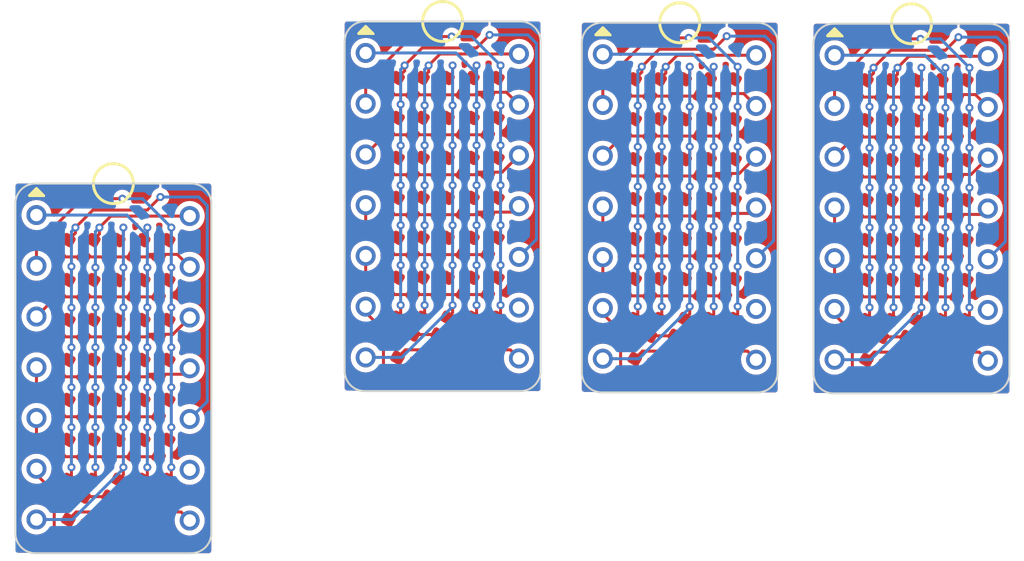
<source format=kicad_pcb>
(kicad_pcb (version 20221018) (generator pcbnew)
  (layers (0 "F.Cu" signal) (31 "B.Cu" signal) (34 "B.Paste" user) (35 "F.Paste" user) (36 "B.SilkS" user "B.Silkscreen") (37 "F.SilkS" user "F.Silkscreen") (38 "B.Mask" user) (39 "F.Mask" user) (44 "Edge.Cuts" user))
  (net 0 "")
  (net 1 "R1")
  (net 2 "C1")
  (net 3 "R2")
  (net 4 "R3")
  (net 5 "R4")
  (net 6 "R5")
  (net 7 "R6")
  (net 8 "R7")
  (net 9 "C2")
  (net 10 "C3")
  (net 11 "C4")
  (net 12 "C5")
  (net 13 "DP")
  (footprint "LED_SMD:LED_0402_1005Metric" (layer "F.Cu") (at 21.45 35.4 60)
    (fp_text reference "D25" hide)
    (fp_text value "LED" hide)
  )
  (footprint "LED_SMD:LED_0402_1005Metric" (layer "F.Cu") (at 34.18 33.285 60)
    (fp_text reference "D42" hide)
    (fp_text value "LED" hide)
  )
  (footprint "LED_SMD:LED_0402_1005Metric" (layer "F.Cu") (at 58.9 25.4 60)
    (fp_text reference "D118" hide)
    (fp_text value "LED" hide)
  )
  (footprint "LED_SMD:LED_0402_1005Metric" (layer "F.Cu") (at 46.05 29.35 60)
    (fp_text reference "D76" hide)
    (fp_text value "LED" hide)
  )
  (footprint "LED_SMD:LED_0402_1005Metric" (layer "F.Cu") (at 60.15 23.4 60)
    (fp_text reference "D124" hide)
    (fp_text value "LED" hide)
  )
  (footprint "LED_SMD:LED_0402_1005Metric" (layer "F.Cu") (at 57.65 23.4 60)
    (fp_text reference "D109" hide)
    (fp_text value "LED" hide)
  )
  (footprint "LED_SMD:LED_0402_1005Metric" (layer "F.Cu") (at 57.65 27.4 60)
    (fp_text reference "D111" hide)
    (fp_text value "LED" hide)
  )
  (footprint "LED_SMD:LED_0402_1005Metric" (layer "F.Cu") (at 39.18 25.285 60)
    (fp_text reference "D67" hide)
    (fp_text value "LED" hide)
  )
  (footprint "LED_SMD:LED_0402_1005Metric" (layer "F.Cu") (at 22.7 43.4 60)
    (fp_text reference "D36" hide)
    (fp_text value "LED" hide)
  )
  (footprint "LED_SMD:LED_0402_1005Metric" (layer "F.Cu") (at 46.05 23.35 60)
    (fp_text reference "D73" hide)
    (fp_text value "LED" hide)
  )
  (footprint "LED_SMD:LED_0402_1005Metric" (layer "F.Cu") (at 37.93 27.285 60)
    (fp_text reference "D61" hide)
    (fp_text value "LED" hide)
  )
  (footprint "Connector_PinHeader_2.54mm:PinHeader_1x07_P2.54mm_Vertical" (layer "F.Cu") (at 24.02 29.775)
    (fp_text reference "J2" hide)
    (fp_text value "Conn_01x07" hide)
  )
  (footprint "LED_SMD:LED_0402_1005Metric" (layer "F.Cu") (at 39.18 23.285 60)
    (fp_text reference "D66" hide)
    (fp_text value "LED" hide)
  )
  (footprint "LED_SMD:LED_0402_1005Metric" (layer "F.Cu") (at 18.95 43.4 60)
    (fp_text reference "D15" hide)
    (fp_text value "LED" hide)
  )
  (footprint "LED_SMD:LED_0402_1005Metric" (layer "F.Cu") (at 48.55 23.35 60)
    (fp_text reference "D88" hide)
    (fp_text value "LED" hide)
  )
  (footprint "LED_SMD:LED_0402_1005Metric" (layer "F.Cu") (at 18.95 41.4 60)
    (fp_text reference "D14" hide)
    (fp_text value "LED" hide)
  )
  (footprint "LED_SMD:LED_0402_1005Metric" (layer "F.Cu") (at 60.15 31.4 60)
    (fp_text reference "D128" hide)
    (fp_text value "LED" hide)
  )
  (footprint "LED_SMD:LED_0402_1005Metric" (layer "F.Cu") (at 17.7 31.4 60)
    (fp_text reference "D1" hide)
    (fp_text value "LED" hide)
  )
  (footprint "LED_SMD:LED_0402_1005Metric" (layer "F.Cu") (at 51.05 23.35 60)
    (fp_text reference "D102" hide)
    (fp_text value "LED" hide)
  )
  (footprint "Connector_PinHeader_2.54mm:PinHeader_1x07_P2.54mm_Vertical" (layer "F.Cu") (at 63.97 21.775)
    (fp_text reference "J8" hide)
    (fp_text value "Conn_01x07" hide)
  )
  (footprint "LED_SMD:LED_0402_1005Metric" (layer "F.Cu") (at 37.93 25.285 60)
    (fp_text reference "D60" hide)
    (fp_text value "LED" hide)
  )
  (footprint "Connector_PinHeader_2.54mm:PinHeader_1x07_P2.54mm_Vertical" (layer "F.Cu") (at 52.37 21.725)
    (fp_text reference "J6" hide)
    (fp_text value "Conn_01x07" hide)
  )
  (footprint "LED_SMD:LED_0402_1005Metric" (layer "F.Cu") (at 37.93 35.285 60)
    (fp_text reference "D65" hide)
    (fp_text value "LED" hide)
  )
  (footprint "LED_SMD:LED_0402_1005Metric" (layer "F.Cu") (at 35.43 29.285 60)
    (fp_text reference "D48" hide)
    (fp_text value "LED" hide)
  )
  (footprint "LED_SMD:LED_0402_1005Metric" (layer "F.Cu") (at 51.05 33.35 60)
    (fp_text reference "D107" hide)
    (fp_text value "LED" hide)
  )
  (footprint "LED_SMD:LED_0402_1005Metric" (layer "F.Cu") (at 47.3 27.35 60)
    (fp_text reference "D83" hide)
    (fp_text value "LED" hide)
  )
  (footprint "LED_SMD:LED_0402_1005Metric" (layer "F.Cu") (at 37.93 29.285 60)
    (fp_text reference "D62" hide)
    (fp_text value "LED" hide)
  )
  (footprint "LED_SMD:LED_0402_1005Metric" (layer "F.Cu") (at 21.45 33.4 60)
    (fp_text reference "D24" hide)
    (fp_text value "LED" hide)
  )
  (footprint "LED_SMD:LED_0402_1005Metric" (layer "F.Cu") (at 17.7 41.4 60)
    (fp_text reference "D6" hide)
    (fp_text value "LED" hide)
  )
  (footprint "LED_SMD:LED_0402_1005Metric" (layer "F.Cu") (at 47.3 31.35 60)
    (fp_text reference "D85" hide)
    (fp_text value "LED" hide)
  )
  (footprint "LED_SMD:LED_0402_1005Metric" (layer "F.Cu") (at 20.2 35.4 60)
    (fp_text reference "D18" hide)
    (fp_text value "LED" hide)
  )
  (footprint "LED_SMD:LED_0402_1005Metric" (layer "F.Cu") (at 47.3 33.35 60)
    (fp_text reference "D86" hide)
    (fp_text value "LED" hide)
  )
  (footprint "LED_SMD:LED_0402_1005Metric" (layer "F.Cu") (at 57.65 37.4 60)
    (fp_text reference "D116" hide)
    (fp_text value "LED" hide)
  )
  (footprint "LED_SMD:LED_0402_1005Metric" (layer "F.Cu") (at 51.05 27.35 60)
    (fp_text reference "D104" hide)
    (fp_text value "LED" hide)
  )
  (footprint "LED_SMD:LED_0402_1005Metric" (layer "F.Cu") (at 21.45 37.4 60)
    (fp_text reference "D26" hide)
    (fp_text value "LED" hide)
  )
  (footprint "LED_SMD:LED_0402_1005Metric" (layer "F.Cu") (at 46.05 33.35 60)
    (fp_text reference "D78" hide)
    (fp_text value "LED" hide)
  )
  (footprint "LED_SMD:LED_0402_1005Metric" (layer "F.Cu") (at 47.3 23.35 60)
    (fp_text reference "D81" hide)
    (fp_text value "LED" hide)
  )
  (footprint "LED_SMD:LED_0402_1005Metric" (layer "F.Cu") (at 34.18 23.285 60)
    (fp_text reference "D37" hide)
    (fp_text value "LED" hide)
  )
  (footprint "LED_SMD:LED_0402_1005Metric" (layer "F.Cu") (at 18.95 37.4 60)
    (fp_text reference "D12" hide)
    (fp_text value "LED" hide)
  )
  (footprint "LED_SMD:LED_0402_1005Metric" (layer "F.Cu") (at 57.65 33.4 60)
    (fp_text reference "D114" hide)
    (fp_text value "LED" hide)
  )
  (footprint "LED_SMD:LED_0402_1005Metric" (layer "F.Cu") (at 36.68 23.285 60)
    (fp_text reference "D52" hide)
    (fp_text value "LED" hide)
  )
  (footprint "LED_SMD:LED_0402_1005Metric" (layer "F.Cu") (at 21.45 41.4 60)
    (fp_text reference "D28" hide)
    (fp_text value "LED" hide)
  )
  (footprint "LED_SMD:LED_0402_1005Metric" (layer "F.Cu") (at 47.3 25.35 60)
    (fp_text reference "D82" hide)
    (fp_text value "LED" hide)
  )
  (footprint "LED_SMD:LED_0402_1005Metric" (layer "F.Cu") (at 18.95 35.4 60)
    (fp_text reference "D11" hide)
    (fp_text value "LED" hide)
  )
  (footprint "LED_SMD:LED_0402_1005Metric" (layer "F.Cu") (at 36.68 33.285 60)
    (fp_text reference "D57" hide)
    (fp_text value "LED" hide)
  )
  (footprint "LED_SMD:LED_0402_1005Metric" (layer "F.Cu") (at 46.05 35.35 60)
    (fp_text reference "D79" hide)
    (fp_text value "LED" hide)
  )
  (footprint "LED_SMD:LED_0402_1005Metric" (layer "F.Cu") (at 48.55 35.35 60)
    (fp_text reference "D94" hide)
    (fp_text value "LED" hide)
  )
  (footprint "LED_SMD:LED_0402_1005Metric" (layer "F.Cu") (at 22.7 41.4 60)
    (fp_text reference "D35" hide)
    (fp_text value "LED" hide)
  )
  (footprint "LED_SMD:LED_0402_1005Metric" (layer "F.Cu") (at 17.7 39.4 60)
    (fp_text reference "D5" hide)
    (fp_text value "LED" hide)
  )
  (footprint "LED_SMD:LED_0402_1005Metric" (layer "F.Cu") (at 61.4 27.4 60)
    (fp_text reference "D133" hide)
    (fp_text value "LED" hide)
  )
  (footprint "LED_SMD:LED_0402_1005Metric" (layer "F.Cu") (at 36.68 29.285 60)
    (fp_text reference "D55" hide)
    (fp_text value "LED" hide)
  )
  (footprint "LED_SMD:LED_0402_1005Metric" (layer "F.Cu") (at 58.9 33.4 60)
    (fp_text reference "D122" hide)
    (fp_text value "LED" hide)
  )
  (footprint "LED_SMD:LED_0402_1005Metric" (layer "F.Cu") (at 61.4 29.4 60)
    (fp_text reference "D134" hide)
    (fp_text value "LED" hide)
  )
  (footprint "LED_SMD:LED_0402_1005Metric" (layer "F.Cu") (at 60.15 27.4 60)
    (fp_text reference "D126" hide)
    (fp_text value "LED" hide)
  )
  (footprint "LED_SMD:LED_0402_1005Metric" (layer "F.Cu") (at 20.2 37.4 60)
    (fp_text reference "D19" hide)
    (fp_text value "LED" hide)
  )
  (footprint "LED_SMD:LED_0402_1005Metric" (layer "F.Cu") (at 39.18 29.285 60)
    (fp_text reference "D69" hide)
    (fp_text value "LED" hide)
  )
  (footprint "LED_SMD:LED_0402_1005Metric" (layer "F.Cu") (at 18.95 31.4 60)
    (fp_text reference "D9" hide)
    (fp_text value "LED" hide)
  )
  (footprint "LED_SMD:LED_0402_1005Metric" (layer "F.Cu") (at 17.7 35.4 60)
    (fp_text reference "D3" hide)
    (fp_text value "LED" hide)
  )
  (footprint "LED_SMD:LED_0402_1005Metric" (layer "F.Cu") (at 51.05 29.35 60)
    (fp_text reference "D105" hide)
    (fp_text value "LED" hide)
  )
  (footprint "LED_SMD:LED_0402_1005Metric" (layer "F.Cu") (at 20.2 41.4 60)
    (fp_text reference "D21" hide)
    (fp_text value "LED" hide)
  )
  (footprint "LED_SMD:LED_0402_1005Metric" (layer "F.Cu") (at 61.4 35.4 60)
    (fp_text reference "D137" hide)
    (fp_text value "LED" hide)
  )
  (footprint "LED_SMD:LED_0402_1005Metric" (layer "F.Cu") (at 35.43 23.285 60)
    (fp_text reference "D45" hide)
    (fp_text value "LED" hide)
  )
  (footprint "Connector_PinHeader_2.54mm:PinHeader_1x07_P2.54mm_Vertical" (layer "F.Cu") (at 44.7 21.675)
    (fp_text reference "J5" hide)
    (fp_text value "Conn_01x07" hide)
  )
  (footprint "LED_SMD:LED_0402_1005Metric" (layer "F.Cu") (at 18.95 39.4 60)
    (fp_text reference "D13" hide)
    (fp_text value "LED" hide)
  )
  (footprint "LED_SMD:LED_0402_1005Metric" (layer "F.Cu") (at 34.18 37.285 60)
    (fp_text reference "D44" hide)
    (fp_text value "LED" hide)
  )
  (footprint "LED_SMD:LED_0402_1005Metric" (layer "F.Cu") (at 36.68 25.285 60)
    (fp_text reference "D53" hide)
    (fp_text value "LED" hide)
  )
  (footprint "LED_SMD:LED_0402_1005Metric" (layer "F.Cu") (at 49.8 35.35 60)
    (fp_text reference "D101" hide)
    (fp_text value "LED" hide)
  )
  (footprint "Connector_PinHeader_2.54mm:PinHeader_1x07_P2.54mm_Vertical" (layer "F.Cu") (at 16.35 29.725)
    (fp_text reference "J1" hide)
    (fp_text value "Conn_01x07" hide)
  )
  (footprint "LED_SMD:LED_0402_1005Metric" (layer "F.Cu") (at 37.93 23.285 60)
    (fp_text reference "D59" hide)
    (fp_text value "LED" hide)
  )
  (footprint "Connector_PinHeader_2.54mm:PinHeader_1x07_P2.54mm_Vertical" (layer "F.Cu") (at 56.3 21.725)
    (fp_text reference "J7" hide)
    (fp_text value "Conn_01x07" hide)
  )
  (footprint "LED_SMD:LED_0402_1005Metric" (layer "F.Cu") (at 57.65 25.4 60)
    (fp_text reference "D110" hide)
    (fp_text value "LED" hide)
  )
  (footprint "LED_SMD:LED_0402_1005Metric" (layer "F.Cu") (at 48.55 29.35 60)
    (fp_text reference "D91" hide)
    (fp_text value "LED" hide)
  )
  (footprint "LED_SMD:LED_0402_1005Metric" (layer "F.Cu") (at 49.8 29.35 60)
    (fp_text reference "D98" hide)
    (fp_text value "LED" hide)
  )
  (footprint "LED_SMD:LED_0402_1005Metric" (layer "F.Cu") (at 58.9 27.4 60)
    (fp_text reference "D119" hide)
    (fp_text value "LED" hide)
  )
  (footprint "LED_SMD:LED_0402_1005Metric" (layer "F.Cu") (at 36.68 35.285 60)
    (fp_text reference "D58" hide)
    (fp_text value "LED" hide)
  )
  (footprint "LED_SMD:LED_0402_1005Metric" (layer "F.Cu") (at 22.7 39.4 60)
    (fp_text reference "D34" hide)
    (fp_text value "LED" hide)
  )
  (footprint "LED_SMD:LED_0402_1005Metric" (layer "F.Cu") (at 17.7 43.4 60)
    (fp_text reference "D7" hide)
    (fp_text value "LED" hide)
  )
  (footprint "LED_SMD:LED_0402_1005Metric" (layer "F.Cu") (at 48.55 31.35 60)
    (fp_text reference "D92" hide)
    (fp_text value "LED" hide)
  )
  (footprint "LED_SMD:LED_0402_1005Metric" (layer "F.Cu") (at 61.4 33.4 60)
    (fp_text reference "D136" hide)
    (fp_text value "LED" hide)
  )
  (footprint "LED_SMD:LED_0402_1005Metric" (layer "F.Cu") (at 49.8 33.35 60)
    (fp_text reference "D100" hide)
    (fp_text value "LED" hide)
  )
  (footprint "LED_SMD:LED_0402_1005Metric" (layer "F.Cu") (at 49.8 27.35 60)
    (fp_text reference "D97" hide)
    (fp_text value "LED" hide)
  )
  (footprint "LED_SMD:LED_0402_1005Metric" (layer "F.Cu") (at 46.05 31.35 60)
    (fp_text reference "D77" hide)
    (fp_text value "LED" hide)
  )
  (footprint "LED_SMD:LED_0402_1005Metric" (layer "F.Cu") (at 22.7 37.4 60)
    (fp_text reference "D33" hide)
    (fp_text value "LED" hide)
  )
  (footprint "LED_SMD:LED_0402_1005Metric" (layer "F.Cu") (at 62.65 27.4 60)
    (fp_text reference "D140" hide)
    (fp_text value "LED" hide)
  )
  (footprint "LED_SMD:LED_0402_1005Metric" (layer "F.Cu") (at 20.2 43.4 60)
    (fp_text reference "D22" hide)
    (fp_text value "LED" hide)
  )
  (footprint "Connector_PinHeader_2.54mm:PinHeader_1x07_P2.54mm_Vertical" (layer "F.Cu") (at 40.5 21.66)
    (fp_text reference "J4" hide)
    (fp_text value "Conn_01x07" hide)
  )
  (footprint "LED_SMD:LED_0402_1005Metric" (layer "F.Cu") (at 47.3 29.35 60)
    (fp_text reference "D84" hide)
    (fp_text value "LED" hide)
  )
  (footprint "Connector_PinHeader_2.54mm:PinHeader_1x07_P2.54mm_Vertical" (layer "F.Cu") (at 32.83 21.61)
    (fp_text reference "J3" hide)
    (fp_text value "Conn_01x07" hide)
  )
  (footprint "LED_SMD:LED_0402_1005Metric" (layer "F.Cu") (at 49.8 31.35 60)
    (fp_text reference "D99" hide)
    (fp_text value "LED" hide)
  )
  (footprint "LED_SMD:LED_0402_1005Metric" (layer "F.Cu") (at 58.9 31.4 60)
    (fp_text reference "D121" hide)
    (fp_text value "LED" hide)
  )
  (footprint "LED_SMD:LED_0402_1005Metric" (layer "F.Cu") (at 39.18 31.285 60)
    (fp_text reference "D70" hide)
    (fp_text value "LED" hide)
  )
  (footprint "LED_SMD:LED_0402_1005Metric" (layer "F.Cu") (at 34.18 27.285 60)
    (fp_text reference "D39" hide)
    (fp_text value "LED" hide)
  )
  (footprint "LED_SMD:LED_0402_1005Metric" (layer "F.Cu") (at 62.65 25.4 60)
    (fp_text reference "D139" hide)
    (fp_text value "LED" hide)
  )
  (footprint "LED_SMD:LED_0402_1005Metric" (layer "F.Cu") (at 49.8 23.35 60)
    (fp_text reference "D95" hide)
    (fp_text value "LED" hide)
  )
  (footprint "LED_SMD:LED_0402_1005Metric" (layer "F.Cu") (at 17.7 37.4 60)
    (fp_text reference "D4" hide)
    (fp_text value "LED" hide)
  )
  (footprint "LED_SMD:LED_0402_1005Metric" (layer "F.Cu") (at 39.18 35.285 60)
    (fp_text reference "D72" hide)
    (fp_text value "LED" hide)
  )
  (footprint "LED_SMD:LED_0402_1005Metric" (layer "F.Cu") (at 58.9 29.4 60)
    (fp_text reference "D120" hide)
    (fp_text value "LED" hide)
  )
  (footprint "LED_SMD:LED_0402_1005Metric" (layer "F.Cu") (at 20.2 31.4 60)
    (fp_text reference "D16" hide)
    (fp_text value "LED" hide)
  )
  (footprint "LED_SMD:LED_0402_1005Metric" (layer "F.Cu") (at 60.15 29.4 60)
    (fp_text reference "D127" hide)
    (fp_text value "LED" hide)
  )
  (footprint "LED_SMD:LED_0402_1005Metric" (layer "F.Cu") (at 35.43 35.285 60)
    (fp_text reference "D51" hide)
    (fp_text value "LED" hide)
  )
  (footprint "LED_SMD:LED_0402_1005Metric" (layer "F.Cu") (at 39.18 33.285 60)
    (fp_text reference "D71" hide)
    (fp_text value "LED" hide)
  )
  (footprint "LED_SMD:LED_0402_1005Metric" (layer "F.Cu") (at 60.15 33.4 60)
    (fp_text reference "D129" hide)
    (fp_text value "LED" hide)
  )
  (footprint "LED_SMD:LED_0402_1005Metric" (layer "F.Cu") (at 47.3 35.35 60)
    (fp_text reference "D87" hide)
    (fp_text value "LED" hide)
  )
  (footprint "LED_SMD:LED_0402_1005Metric" (layer "F.Cu") (at 46.05 25.35 60)
    (fp_text reference "D74" hide)
    (fp_text value "LED" hide)
  )
  (footprint "LED_SMD:LED_0402_1005Metric" (layer "F.Cu") (at 21.45 43.4 60)
    (fp_text reference "D29" hide)
    (fp_text value "LED" hide)
  )
  (footprint "LED_SMD:LED_0402_1005Metric" (layer "F.Cu") (at 57.65 35.4 60)
    (fp_text reference "D115" hide)
    (fp_text value "LED" hide)
  )
  (footprint "LED_SMD:LED_0402_1005Metric" (layer "F.Cu") (at 35.43 31.285 60)
    (fp_text reference "D49" hide)
    (fp_text value "LED" hide)
  )
  (footprint "LED_SMD:LED_0402_1005Metric" (layer "F.Cu") (at 62.65 35.4 60)
    (fp_text reference "D144" hide)
    (fp_text value "LED" hide)
  )
  (footprint "LED_SMD:LED_0402_1005Metric" (layer "F.Cu") (at 62.65 31.4 60)
    (fp_text reference "D142" hide)
    (fp_text value "LED" hide)
  )
  (footprint "LED_SMD:LED_0402_1005Metric" (layer "F.Cu") (at 57.65 31.4 60)
    (fp_text reference "D113" hide)
    (fp_text value "LED" hide)
  )
  (footprint "LED_SMD:LED_0402_1005Metric" (layer "F.Cu") (at 61.4 25.4 60)
    (fp_text reference "D132" hide)
    (fp_text value "LED" hide)
  )
  (footprint "LED_SMD:LED_0402_1005Metric" (layer "F.Cu") (at 49.8 25.35 60)
    (fp_text reference "D96" hide)
    (fp_text value "LED" hide)
  )
  (footprint "LED_SMD:LED_0402_1005Metric" (layer "F.Cu") (at 22.7 35.4 60)
    (fp_text reference "D32" hide)
    (fp_text value "LED" hide)
  )
  (footprint "LED_SMD:LED_0402_1005Metric" (layer "F.Cu") (at 39.18 27.285 60)
    (fp_text reference "D68" hide)
    (fp_text value "LED" hide)
  )
  (footprint "LED_SMD:LED_0402_1005Metric" (layer "F.Cu") (at 51.05 35.35 60)
    (fp_text reference "D108" hide)
    (fp_text value "LED" hide)
  )
  (footprint "LED_SMD:LED_0402_1005Metric" (layer "F.Cu") (at 51.05 31.35 60)
    (fp_text reference "D106" hide)
    (fp_text value "LED" hide)
  )
  (footprint "LED_SMD:LED_0402_1005Metric" (layer "F.Cu") (at 35.43 27.285 60)
    (fp_text reference "D47" hide)
    (fp_text value "LED" hide)
  )
  (footprint "LED_SMD:LED_0402_1005Metric" (layer "F.Cu") (at 37.93 31.285 60)
    (fp_text reference "D63" hide)
    (fp_text value "LED" hide)
  )
  (footprint "LED_SMD:LED_0402_1005Metric" (layer "F.Cu") (at 21.45 39.4 60)
    (fp_text reference "D27" hide)
    (fp_text value "LED" hide)
  )
  (footprint "LED_SMD:LED_0402_1005Metric" (layer "F.Cu") (at 46.05 27.35 60)
    (fp_text reference "D75" hide)
    (fp_text value "LED" hide)
  )
  (footprint "LED_SMD:LED_0402_1005Metric" (layer "F.Cu") (at 61.4 23.4 60)
    (fp_text reference "D131" hide)
    (fp_text value "LED" hide)
  )
  (footprint "LED_SMD:LED_0402_1005Metric" (layer "F.Cu") (at 62.65 29.4 60)
    (fp_text reference "D141" hide)
    (fp_text value "LED" hide)
  )
  (footprint "LED_SMD:LED_0402_1005Metric" (layer "F.Cu") (at 17.7 33.4 60)
    (fp_text reference "D2" hide)
    (fp_text value "LED" hide)
  )
  (footprint "LED_SMD:LED_0402_1005Metric" (layer "F.Cu") (at 17.7 45.4 60)
    (fp_text reference "D8" hide)
    (fp_text value "LED" hide)
  )
  (footprint "LED_SMD:LED_0402_1005Metric" (layer "F.Cu") (at 36.68 27.285 60)
    (fp_text reference "D54" hide)
    (fp_text value "LED" hide)
  )
  (footprint "LED_SMD:LED_0402_1005Metric" (layer "F.Cu") (at 37.93 33.285 60)
    (fp_text reference "D64" hide)
    (fp_text value "LED" hide)
  )
  (footprint "LED_SMD:LED_0402_1005Metric" (layer "F.Cu") (at 22.7 31.4 60)
    (fp_text reference "D30" hide)
    (fp_text value "LED" hide)
  )
  (footprint "LED_SMD:LED_0402_1005Metric" (layer "F.Cu") (at 36.68 31.285 60)
    (fp_text reference "D56" hide)
    (fp_text value "LED" hide)
  )
  (footprint "LED_SMD:LED_0402_1005Metric" (layer "F.Cu") (at 60.15 25.4 60)
    (fp_text reference "D125" hide)
    (fp_text value "LED" hide)
  )
  (footprint "LED_SMD:LED_0402_1005Metric" (layer "F.Cu") (at 48.55 27.35 60)
    (fp_text reference "D90" hide)
    (fp_text value "LED" hide)
  )
  (footprint "LED_SMD:LED_0402_1005Metric" (layer "F.Cu") (at 34.18 29.285 60)
    (fp_text reference "D40" hide)
    (fp_text value "LED" hide)
  )
  (footprint "LED_SMD:LED_0402_1005Metric" (layer "F.Cu") (at 34.18 35.285 60)
    (fp_text reference "D43" hide)
    (fp_text value "LED" hide)
  )
  (footprint "LED_SMD:LED_0402_1005Metric" (layer "F.Cu") (at 51.05 25.35 60)
    (fp_text reference "D103" hide)
    (fp_text value "LED" hide)
  )
  (footprint "LED_SMD:LED_0402_1005Metric" (layer "F.Cu") (at 60.15 35.4 60)
    (fp_text reference "D130" hide)
    (fp_text value "LED" hide)
  )
  (footprint "LED_SMD:LED_0402_1005Metric" (layer "F.Cu") (at 61.4 31.4 60)
    (fp_text reference "D135" hide)
    (fp_text value "LED" hide)
  )
  (footprint "LED_SMD:LED_0402_1005Metric" (layer "F.Cu") (at 62.65 23.4 60)
    (fp_text reference "D138" hide)
    (fp_text value "LED" hide)
  )
  (footprint "LED_SMD:LED_0402_1005Metric" (layer "F.Cu") (at 34.18 31.285 60)
    (fp_text reference "D41" hide)
    (fp_text value "LED" hide)
  )
  (footprint "LED_SMD:LED_0402_1005Metric" (layer "F.Cu") (at 48.55 25.35 60)
    (fp_text reference "D89" hide)
    (fp_text value "LED" hide)
  )
  (footprint "LED_SMD:LED_0402_1005Metric" (layer "F.Cu") (at 58.9 35.4 60)
    (fp_text reference "D123" hide)
    (fp_text value "LED" hide)
  )
  (footprint "LED_SMD:LED_0402_1005Metric" (layer "F.Cu") (at 58.9 23.4 60)
    (fp_text reference "D117" hide)
    (fp_text value "LED" hide)
  )
  (footprint "LED_SMD:LED_0402_1005Metric" (layer "F.Cu") (at 20.2 33.4 60)
    (fp_text reference "D17" hide)
    (fp_text value "LED" hide)
  )
  (footprint "LED_SMD:LED_0402_1005Metric" (layer "F.Cu") (at 20.2 39.4 60)
    (fp_text reference "D20" hide)
    (fp_text value "LED" hide)
  )
  (footprint "LED_SMD:LED_0402_1005Metric" (layer "F.Cu") (at 48.55 33.35 60)
    (fp_text reference "D93" hide)
    (fp_text value "LED" hide)
  )
  (footprint "LED_SMD:LED_0402_1005Metric" (layer "F.Cu") (at 62.65 33.4 60)
    (fp_text reference "D143" hide)
    (fp_text value "LED" hide)
  )
  (footprint "LED_SMD:LED_0402_1005Metric" (layer "F.Cu") (at 46.05 37.35 60)
    (fp_text reference "D80" hide)
    (fp_text value "LED" hide)
  )
  (footprint "LED_SMD:LED_0402_1005Metric" (layer "F.Cu") (at 34.18 25.285 60)
    (fp_text reference "D38" hide)
    (fp_text value "LED" hide)
  )
  (footprint "LED_SMD:LED_0402_1005Metric" (layer "F.Cu") (at 18.95 33.4 60)
    (fp_text reference "D10" hide)
    (fp_text value "LED" hide)
  )
  (footprint "LED_SMD:LED_0402_1005Metric" (layer "F.Cu") (at 21.45 31.4 60)
    (fp_text reference "D23" hide)
    (fp_text value "LED" hide)
  )
  (footprint "LED_SMD:LED_0402_1005Metric" (layer "F.Cu") (at 22.7 33.4 60)
    (fp_text reference "D31" hide)
    (fp_text value "LED" hide)
  )
  (footprint "LED_SMD:LED_0402_1005Metric" (layer "F.Cu") (at 57.65 29.4 60)
    (fp_text reference "D112" hide)
    (fp_text value "LED" hide)
  )
  (footprint "LED_SMD:LED_0402_1005Metric" (layer "F.Cu") (at 35.43 25.285 60)
    (fp_text reference "D46" hide)
    (fp_text value "LED" hide)
  )
  (footprint "LED_SMD:LED_0402_1005Metric" (layer "F.Cu") (at 35.43 33.285 60)
    (fp_text reference "D50" hide)
    (fp_text value "LED" hide)
  )
  (gr_poly (pts (xy 56.3 20.75) (xy 55.95 20.75) (xy 56.3 20.4) (xy 56.65 20.75)) (stroke (width 0.15)) (fill solid) (layer "F.SilkS"))
  (gr_circle (center 20.2 28.15) (end 21.2 28.15) (stroke (width 0.15)) (fill none) (layer "F.SilkS"))
  (gr_poly (pts (xy 32.83 20.635) (xy 32.48 20.635) (xy 32.83 20.285) (xy 33.18 20.635)) (stroke (width 0.15)) (fill solid) (layer "F.SilkS"))
  (gr_circle (center 60.15 20.15) (end 61.15 20.15) (stroke (width 0.15)) (fill none) (layer "F.SilkS"))
  (gr_poly (pts (xy 44.7 20.7) (xy 44.35 20.7) (xy 44.7 20.35) (xy 45.05 20.7)) (stroke (width 0.15)) (fill solid) (layer "F.SilkS"))
  (gr_circle (center 36.68 20.035) (end 37.68 20.035) (stroke (width 0.15)) (fill none) (layer "F.SilkS"))
  (gr_poly (pts (xy 16.35 28.75) (xy 16 28.75) (xy 16.35 28.4) (xy 16.7 28.75)) (stroke (width 0.15)) (fill solid) (layer "F.SilkS"))
  (gr_circle (center 48.55 20.1) (end 49.55 20.1) (stroke (width 0.15)) (fill none) (layer "F.SilkS"))
  (gr_line (start 53.45 21.1) (end 53.45 37.6) (stroke (width 0.1)) (layer "Edge.Cuts"))
  (gr_arc (start 53.45 37.6) (mid 53.157107 38.307107) (end 52.45 38.6) (stroke (width 0.1)) (layer "Edge.Cuts"))
  (gr_arc (start 15.3 29.15) (mid 15.592893 28.442893) (end 16.3 28.15) (stroke (width 0.1)) (layer "Edge.Cuts"))
  (gr_arc (start 25.1 45.65) (mid 24.807107 46.357107) (end 24.1 46.65) (stroke (width 0.1)) (layer "Edge.Cuts"))
  (gr_line (start 32.78 20.035) (end 40.58 20.035) (stroke (width 0.1)) (layer "Edge.Cuts"))
  (gr_arc (start 44.65 38.6) (mid 43.942893 38.307107) (end 43.65 37.6) (stroke (width 0.1)) (layer "Edge.Cuts"))
  (gr_arc (start 65.05 37.65) (mid 64.757107 38.357107) (end 64.05 38.65) (stroke (width 0.1)) (layer "Edge.Cuts"))
  (gr_line (start 31.78 37.535) (end 31.78 21.035) (stroke (width 0.1)) (layer "Edge.Cuts"))
  (gr_arc (start 41.58 37.535) (mid 41.287107 38.242107) (end 40.58 38.535) (stroke (width 0.1)) (layer "Edge.Cuts"))
  (gr_line (start 25.1 29.15) (end 25.1 45.65) (stroke (width 0.1)) (layer "Edge.Cuts"))
  (gr_line (start 41.58 21.035) (end 41.58 37.535) (stroke (width 0.1)) (layer "Edge.Cuts"))
  (gr_line (start 44.65 20.1) (end 52.45 20.1) (stroke (width 0.1)) (layer "Edge.Cuts"))
  (gr_line (start 24.1 46.65) (end 16.3 46.65) (stroke (width 0.1)) (layer "Edge.Cuts"))
  (gr_arc (start 56.25 38.65) (mid 55.542893 38.357107) (end 55.25 37.65) (stroke (width 0.1)) (layer "Edge.Cuts"))
  (gr_arc (start 32.78 38.535) (mid 32.072893 38.242107) (end 31.78 37.535) (stroke (width 0.1)) (layer "Edge.Cuts"))
  (gr_arc (start 40.58 20.035) (mid 41.287107 20.327893) (end 41.58 21.035) (stroke (width 0.1)) (layer "Edge.Cuts"))
  (gr_line (start 16.3 28.15) (end 24.1 28.15) (stroke (width 0.1)) (layer "Edge.Cuts"))
  (gr_line (start 15.3 45.65) (end 15.3 29.15) (stroke (width 0.1)) (layer "Edge.Cuts"))
  (gr_line (start 56.25 20.15) (end 64.05 20.15) (stroke (width 0.1)) (layer "Edge.Cuts"))
  (gr_arc (start 24.1 28.15) (mid 24.807107 28.442893) (end 25.1 29.15) (stroke (width 0.1)) (layer "Edge.Cuts"))
  (gr_arc (start 55.25 21.15) (mid 55.542893 20.442893) (end 56.25 20.15) (stroke (width 0.1)) (layer "Edge.Cuts"))
  (gr_line (start 52.45 38.6) (end 44.65 38.6) (stroke (width 0.1)) (layer "Edge.Cuts"))
  (gr_line (start 55.25 37.65) (end 55.25 21.15) (stroke (width 0.1)) (layer "Edge.Cuts"))
  (gr_line (start 65.05 21.15) (end 65.05 37.65) (stroke (width 0.1)) (layer "Edge.Cuts"))
  (gr_arc (start 64.05 20.15) (mid 64.757107 20.442893) (end 65.05 21.15) (stroke (width 0.1)) (layer "Edge.Cuts"))
  (gr_line (start 64.05 38.65) (end 56.25 38.65) (stroke (width 0.1)) (layer "Edge.Cuts"))
  (gr_arc (start 52.45 20.1) (mid 53.157107 20.392893) (end 53.45 21.1) (stroke (width 0.1)) (layer "Edge.Cuts"))
  (gr_arc (start 43.65 21.1) (mid 43.942893 20.392893) (end 44.65 20.1) (stroke (width 0.1)) (layer "Edge.Cuts"))
  (gr_line (start 40.58 38.535) (end 32.78 38.535) (stroke (width 0.1)) (layer "Edge.Cuts"))
  (gr_arc (start 16.3 46.65) (mid 15.592893 46.357107) (end 15.3 45.65) (stroke (width 0.1)) (layer "Edge.Cuts"))
  (gr_line (start 43.65 37.6) (end 43.65 21.1) (stroke (width 0.1)) (layer "Edge.Cuts"))
  (gr_arc (start 31.78 21.035) (mid 32.072893 20.327893) (end 32.78 20.035) (stroke (width 0.1)) (layer "Edge.Cuts"))
  (segment (start 50.1825 23.77) (end 50.3091 23.6434) (width 0.15) (layer "F.Cu") (net 1))
  (segment (start 51.7484 23.6434) (end 52.37 24.265) (width 0.15) (layer "F.Cu") (net 1))
  (segment (start 38.9375 23.705) (end 38.3125 23.705) (width 0.15) (layer "F.Cu") (net 1))
  (segment (start 19.9575 31.82) (end 18.7075 31.82) (width 0.15) (layer "F.Cu") (net 1))
  (segment (start 38.3125 23.705) (end 37.6875 23.705) (width 0.15) (layer "F.Cu") (net 1))
  (segment (start 18.7075 31.82) (end 17.4575 31.82) (width 0.15) (layer "F.Cu") (net 1))
  (segment (start 47.0575 23.77) (end 45.8075 23.77) (width 0.15) (layer "F.Cu") (net 1))
  (segment (start 35.1875 23.705) (end 33.9375 23.705) (width 0.15) (layer "F.Cu") (net 1))
  (segment (start 21.8325 31.82) (end 21.9591 31.6934) (width 0.15) (layer "F.Cu") (net 1))
  (segment (start 38.3125 23.705) (end 38.4391 23.5784) (width 0.15) (layer "F.Cu") (net 1))
  (segment (start 63.3484 23.6934) (end 63.97 24.315) (width 0.15) (layer "F.Cu") (net 1))
  (segment (start 21.2075 31.82) (end 19.9575 31.82) (width 0.15) (layer "F.Cu") (net 1))
  (segment (start 36.4375 23.705) (end 35.1875 23.705) (width 0.15) (layer "F.Cu") (net 1))
  (segment (start 39.8784 23.5784) (end 40.5 24.2) (width 0.15) (layer "F.Cu") (net 1))
  (segment (start 37.6875 23.705) (end 36.4375 23.705) (width 0.15) (layer "F.Cu") (net 1))
  (segment (start 58.6575 23.82) (end 57.4075 23.82) (width 0.15) (layer "F.Cu") (net 1))
  (segment (start 50.8075 23.77) (end 50.1825 23.77) (width 0.15) (layer "F.Cu") (net 1))
  (segment (start 49.5575 23.77) (end 48.3075 23.77) (width 0.15) (layer "F.Cu") (net 1))
  (segment (start 21.8325 31.82) (end 21.2075 31.82) (width 0.15) (layer "F.Cu") (net 1))
  (segment (start 61.9091 23.6934) (end 63.3484 23.6934) (width 0.15) (layer "F.Cu") (net 1))
  (segment (start 61.7825 23.82) (end 61.9091 23.6934) (width 0.15) (layer "F.Cu") (net 1))
  (segment (start 61.1575 23.82) (end 59.9075 23.82) (width 0.15) (layer "F.Cu") (net 1))
  (segment (start 21.9591 31.6934) (end 23.3984 31.6934) (width 0.15) (layer "F.Cu") (net 1))
  (segment (start 50.3091 23.6434) (end 51.7484 23.6434) (width 0.15) (layer "F.Cu") (net 1))
  (segment (start 38.4391 23.5784) (end 39.8784 23.5784) (width 0.15) (layer "F.Cu") (net 1))
  (segment (start 22.4575 31.82) (end 21.8325 31.82) (width 0.15) (layer "F.Cu") (net 1))
  (segment (start 61.7825 23.82) (end 61.1575 23.82) (width 0.15) (layer "F.Cu") (net 1))
  (segment (start 59.9075 23.82) (end 58.6575 23.82) (width 0.15) (layer "F.Cu") (net 1))
  (segment (start 23.3984 31.6934) (end 24.02 32.315) (width 0.15) (layer "F.Cu") (net 1))
  (segment (start 48.3075 23.77) (end 47.0575 23.77) (width 0.15) (layer "F.Cu") (net 1))
  (segment (start 62.4075 23.82) (end 61.7825 23.82) (width 0.15) (layer "F.Cu") (net 1))
  (segment (start 50.1825 23.77) (end 49.5575 23.77) (width 0.15) (layer "F.Cu") (net 1))
  (segment (start 46.2925 34.93) (end 46.45 34.7725) (width 0.15) (layer "F.Cu") (net 2))
  (segment (start 34.4225 22.865) (end 34.78 22.5075) (width 0.15) (layer "F.Cu") (net 2))
  (segment (start 46.2925 22.93) (end 46.65 22.5725) (width 0.15) (layer "F.Cu") (net 2))
  (segment (start 46.45 34.7725) (end 46.45 34.3) (width 0.15) (layer "F.Cu") (net 2))
  (segment (start 58.05 26.8225) (end 57.8925 26.98) (width 0.15) (layer "F.Cu") (net 2))
  (segment (start 61.8484 21.4746) (end 62.5018 20.8212) (width 0.15) (layer "F.Cu") (net 2))
  (segment (start 46.45 26.31) (end 46.45 26.7725) (width 0.15) (layer "F.Cu") (net 2))
  (segment (start 58.05 34.8225) (end 58.05 34.35) (width 0.15) (layer "F.Cu") (net 2))
  (segment (start 46.45 28.7725) (end 46.2925 28.93) (width 0.15) (layer "F.Cu") (net 2))
  (segment (start 18.1 42.8225) (end 18.1 42.35) (width 0.15) (layer "F.Cu") (net 2))
  (segment (start 34.58 28.7075) (end 34.4225 28.865) (width 0.15) (layer "F.Cu") (net 2))
  (segment (start 59.1254 21.4746) (end 61.8484 21.4746) (width 0.15) (layer "F.Cu") (net 2))
  (segment (start 34.4225 32.865) (end 34.58 32.7075) (width 0.15) (layer "F.Cu") (net 2))
  (segment (start 18.1 34.8225) (end 17.9425 34.98) (width 0.15) (layer "F.Cu") (net 2))
  (segment (start 58.05 28.8225) (end 57.8925 28.98) (width 0.15) (layer "F.Cu") (net 2))
  (segment (start 18.3 30.35) (end 19.1754 29.4746) (width 0.15) (layer "F.Cu") (net 2))
  (segment (start 18.1 36.35) (end 18.1 36.8225) (width 0.15) (layer "F.Cu") (net 2))
  (segment (start 17.9425 40.98) (end 18.1 40.8225) (width 0.15) (layer "F.Cu") (net 2))
  (segment (start 34.78 22.5075) (end 34.78 22.235) (width 0.15) (layer "F.Cu") (net 2))
  (segment (start 34.58 32.7075) (end 34.58 32.235) (width 0.15) (layer "F.Cu") (net 2))
  (segment (start 19.1754 29.4746) (end 21.8984 29.4746) (width 0.15) (layer "F.Cu") (net 2))
  (segment (start 17.9425 42.98) (end 18.1 42.8225) (width 0.15) (layer "F.Cu") (net 2))
  (segment (start 17.9425 38.98) (end 18.1 38.8225) (width 0.15) (layer "F.Cu") (net 2))
  (segment (start 34.4225 34.865) (end 34.58 34.7075) (width 0.15) (layer "F.Cu") (net 2))
  (segment (start 46.45 28.3) (end 46.45 28.7725) (width 0.15) (layer "F.Cu") (net 2))
  (segment (start 50.2484 21.4246) (end 50.9018 20.7712) (width 0.15) (layer "F.Cu") (net 2))
  (segment (start 58.05 26.36) (end 58.05 26.8225) (width 0.15) (layer "F.Cu") (net 2))
  (segment (start 18.1 36.8225) (end 17.9425 36.98) (width 0.15) (layer "F.Cu") (net 2))
  (segment (start 34.58 24.7075) (end 34.4225 24.865) (width 0.15) (layer "F.Cu") (net 2))
  (segment (start 18.1 40.8225) (end 18.1 40.35) (width 0.15) (layer "F.Cu") (net 2))
  (segment (start 58.05 24.8225) (end 57.8925 24.98) (width 0.15) (layer "F.Cu") (net 2))
  (segment (start 58.05 30.8225) (end 58.05 30.35) (width 0.15) (layer "F.Cu") (net 2))
  (segment (start 18.3 30.6225) (end 18.3 30.35) (width 0.15) (layer "F.Cu") (net 2))
  (segment (start 21.8984 29.4746) (end 22.5518 28.8212) (width 0.15) (layer "F.Cu") (net 2))
  (segment (start 46.45 30.7725) (end 46.45 30.3) (width 0.15) (layer "F.Cu") (net 2))
  (segment (start 57.8925 30.98) (end 58.05 30.8225) (width 0.15) (layer "F.Cu") (net 2))
  (segment (start 34.78 22.235) (end 35.6554 21.3596) (width 0.15) (layer "F.Cu") (net 2))
  (segment (start 47.5254 21.4246) (end 50.2484 21.4246) (width 0.15) (layer "F.Cu") (net 2))
  (segment (start 34.58 24.185) (end 34.58 24.7075) (width 0.15) (layer "F.Cu") (net 2))
  (segment (start 46.45 24.25) (end 46.45 24.7725) (width 0.15) (layer "F.Cu") (net 2))
  (segment (start 46.2925 32.93) (end 46.45 32.7725) (width 0.15) (layer "F.Cu") (net 2))
  (segment (start 34.58 28.235) (end 34.58 28.7075) (width 0.15) (layer "F.Cu") (net 2))
  (segment (start 58.25 22.35) (end 59.1254 21.4746) (width 0.15) (layer "F.Cu") (net 2))
  (segment (start 57.8925 32.98) (end 58.05 32.8225) (width 0.15) (layer "F.Cu") (net 2))
  (segment (start 18.1 34.36) (end 18.1 34.8225) (width 0.15) (layer "F.Cu") (net 2))
  (segment (start 58.05 32.8225) (end 58.05 32.35) (width 0.15) (layer "F.Cu") (net 2))
  (segment (start 46.65 22.3) (end 47.5254 21.4246) (width 0.15) (layer "F.Cu") (net 2))
  (segment (start 58.25 22.6225) (end 58.25 22.35) (width 0.15) (layer "F.Cu") (net 2))
  (segment (start 46.2925 30.93) (end 46.45 30.7725) (width 0.15) (layer "F.Cu") (net 2))
  (segment (start 17.9425 30.98) (end 18.3 30.6225) (width 0.15) (layer "F.Cu") (net 2))
  (segment (start 57.8925 34.98) (end 58.05 34.8225) (width 0.15) (layer "F.Cu") (net 2))
  (segment (start 46.45 26.7725) (end 46.2925 26.93) (width 0.15) (layer "F.Cu") (net 2))
  (segment (start 57.8925 22.98) (end 58.25 22.6225) (width 0.15) (layer "F.Cu") (net 2))
  (segment (start 18.1 38.8225) (end 18.1 38.35) (width 0.15) (layer "F.Cu") (net 2))
  (segment (start 34.58 34.7075) (end 34.58 34.235) (width 0.15) (layer "F.Cu") (net 2))
  (segment (start 18.1 32.3) (end 18.1 32.8225) (width 0.15) (layer "F.Cu") (net 2))
  (segment (start 46.45 24.7725) (end 46.2925 24.93) (width 0.15) (layer "F.Cu") (net 2))
  (segment (start 35.6554 21.3596) (end 38.3784 21.3596) (width 0.15) (layer "F.Cu") (net 2))
  (segment (start 38.3784 21.3596) (end 39.0318 20.7062) (width 0.15) (layer "F.Cu") (net 2))
  (segment (start 34.58 30.7075) (end 34.58 30.235) (width 0.15) (layer "F.Cu") (net 2))
  (segment (start 58.05 24.3) (end 58.05 24.8225) (width 0.15) (layer "F.Cu") (net 2))
  (segment (start 34.58 26.245) (end 34.58 26.7075) (width 0.15) (layer "F.Cu") (net 2))
  (segment (start 34.4225 30.865) (end 34.58 30.7075) (width 0.15) (layer "F.Cu") (net 2))
  (segment (start 34.58 26.7075) (end 34.4225 26.865) (width 0.15) (layer "F.Cu") (net 2))
  (segment (start 18.1 32.8225) (end 17.9425 32.98) (width 0.15) (layer "F.Cu") (net 2))
  (segment (start 46.45 32.7725) (end 46.45 32.3) (width 0.15) (layer "F.Cu") (net 2))
  (segment (start 58.05 28.35) (end 58.05 28.8225) (width 0.15) (layer "F.Cu") (net 2))
  (segment (start 46.65 22.5725) (end 46.65 22.3) (width 0.15) (layer "F.Cu") (net 2))
  (via (at 58.05 32.35) (size 0.4) (drill 0.2) (layers "F.Cu" "B.Cu") (net 2))
  (via (at 62.5018 20.8212) (size 0.4) (drill 0.2) (layers "F.Cu" "B.Cu") (net 2))
  (via (at 50.9018 20.7712) (size 0.4) (drill 0.2) (layers "F.Cu" "B.Cu") (net 2))
  (via (at 34.58 32.235) (size 0.4) (drill 0.2) (layers "F.Cu" "B.Cu") (net 2))
  (via (at 18.1 40.35) (size 0.4) (drill 0.2) (layers "F.Cu" "B.Cu") (net 2))
  (via (at 46.45 34.3) (size 0.4) (drill 0.2) (layers "F.Cu" "B.Cu") (net 2))
  (via (at 18.3 30.35) (size 0.4) (drill 0.2) (layers "F.Cu" "B.Cu") (net 2))
  (via (at 58.05 26.36) (size 0.4) (drill 0.2) (layers "F.Cu" "B.Cu") (net 2))
  (via (at 46.45 30.3) (size 0.4) (drill 0.2) (layers "F.Cu" "B.Cu") (net 2))
  (via (at 34.58 28.235) (size 0.4) (drill 0.2) (layers "F.Cu" "B.Cu") (net 2))
  (via (at 18.1 42.35) (size 0.4) (drill 0.2) (layers "F.Cu" "B.Cu") (net 2))
  (via (at 34.58 26.245) (size 0.4) (drill 0.2) (layers "F.Cu" "B.Cu") (net 2))
  (via (at 58.05 28.35) (size 0.4) (drill 0.2) (layers "F.Cu" "B.Cu") (net 2))
  (via (at 39.0318 20.7062) (size 0.4) (drill 0.2) (layers "F.Cu" "B.Cu") (net 2))
  (via (at 22.5518 28.8212) (size 0.4) (drill 0.2) (layers "F.Cu" "B.Cu") (net 2))
  (via (at 18.1 38.35) (size 0.4) (drill 0.2) (layers "F.Cu" "B.Cu") (net 2))
  (via (at 46.65 22.3) (size 0.4) (drill 0.2) (layers "F.Cu" "B.Cu") (net 2))
  (via (at 34.58 30.235) (size 0.4) (drill 0.2) (layers "F.Cu" "B.Cu") (net 2))
  (via (at 34.58 34.235) (size 0.4) (drill 0.2) (layers "F.Cu" "B.Cu") (net 2))
  (via (at 46.45 28.3) (size 0.4) (drill 0.2) (layers "F.Cu" "B.Cu") (net 2))
  (via (at 58.25 22.35) (size 0.4) (drill 0.2) (layers "F.Cu" "B.Cu") (net 2))
  (via (at 18.1 32.3) (size 0.4) (drill 0.2) (layers "F.Cu" "B.Cu") (net 2))
  (via (at 58.05 30.35) (size 0.4) (drill 0.2) (layers "F.Cu" "B.Cu") (net 2))
  (via (at 58.05 34.35) (size 0.4) (drill 0.2) (layers "F.Cu" "B.Cu") (net 2))
  (via (at 46.45 32.3) (size 0.4) (drill 0.2) (layers "F.Cu" "B.Cu") (net 2))
  (via (at 46.45 24.25) (size 0.4) (drill 0.2) (layers "F.Cu" "B.Cu") (net 2))
  (via (at 58.05 24.3) (size 0.4) (drill 0.2) (layers "F.Cu" "B.Cu") (net 2))
  (via (at 46.45 26.31) (size 0.4) (drill 0.2) (layers "F.Cu" "B.Cu") (net 2))
  (via (at 34.58 24.185) (size 0.4) (drill 0.2) (layers "F.Cu" "B.Cu") (net 2))
  (via (at 18.1 36.35) (size 0.4) (drill 0.2) (layers "F.Cu" "B.Cu") (net 2))
  (via (at 18.1 34.36) (size 0.4) (drill 0.2) (layers "F.Cu" "B.Cu") (net 2))
  (via (at 34.78 22.235) (size 0.4) (drill 0.2) (layers "F.Cu" "B.Cu") (net 2))
  (segment (start 46.45 22.5) (end 46.65 22.3) (width 0.15) (layer "B.Cu") (net 2))
  (segment (start 18.1 42.35) (end 18.1 40.35) (width 0.15) (layer "B.Cu") (net 2))
  (segment (start 34.58 32.235) (end 34.58 30.235) (width 0.15) (layer "B.Cu") (net 2))
  (segment (start 22.5518 28.8212) (end 24.4712 28.8212) (width 0.15) (layer "B.Cu") (net 2))
  (segment (start 34.58 24.185) (end 34.58 22.435) (width 0.15) (layer "B.Cu") (net 2))
  (segment (start 64.85 21.25) (end 64.85 31.055) (width 0.15) (layer "B.Cu") (net 2))
  (segment (start 41.38 21.135) (end 41.38 30.94) (width 0.15) (layer "B.Cu") (net 2))
  (segment (start 39.0318 20.7062) (end 40.9512 20.7062) (width 0.15) (layer "B.Cu") (net 2))
  (segment (start 58.05 30.35) (end 58.05 28.35) (width 0.15) (layer "B.Cu") (net 2))
  (segment (start 46.45 34.3) (end 46.45 32.3) (width 0.15) (layer "B.Cu") (net 2))
  (segment (start 58.05 32.35) (end 58.05 30.35) (width 0.15) (layer "B.Cu") (net 2))
  (segment (start 46.45 24.25) (end 46.45 22.5) (width 0.15) (layer "B.Cu") (net 2))
  (segment (start 62.5018 20.8212) (end 64.4212 20.8212) (width 0.15) (layer "B.Cu") (net 2))
  (segment (start 18.1 30.55) (end 18.3 30.35) (width 0.15) (layer "B.Cu") (net 2))
  (segment (start 34.58 30.235) (end 34.58 28.235) (width 0.15) (layer "B.Cu") (net 2))
  (segment (start 34.58 26.245) (end 34.58 24.185) (width 0.15) (layer "B.Cu") (net 2))
  (segment (start 18.1 40.35) (end 18.1 38.35) (width 0.15) (layer "B.Cu") (net 2))
  (segment (start 46.45 30.3) (end 46.45 28.3) (width 0.15) (layer "B.Cu") (net 2))
  (segment (start 58.05 28.35) (end 58.05 26.36) (width 0.15) (layer "B.Cu") (net 2))
  (segment (start 40.9512 20.7062) (end 41.38 21.135) (width 0.15) (layer "B.Cu") (net 2))
  (segment (start 58.05 22.55) (end 58.25 22.35) (width 0.15) (layer "B.Cu") (net 2))
  (segment (start 46.45 32.3) (end 46.45 30.3) (width 0.15) (layer "B.Cu") (net 2))
  (segment (start 34.58 28.235) (end 34.58 26.245) (width 0.15) (layer "B.Cu") (net 2))
  (segment (start 50.9018 20.7712) (end 52.8212 20.7712) (width 0.15) (layer "B.Cu") (net 2))
  (segment (start 18.1 34.36) (end 18.1 32.3) (width 0.15) (layer "B.Cu") (net 2))
  (segment (start 58.05 24.3) (end 58.05 22.55) (width 0.15) (layer "B.Cu") (net 2))
  (segment (start 18.1 38.35) (end 18.1 36.35) (width 0.15) (layer "B.Cu") (net 2))
  (segment (start 18.1 32.3) (end 18.1 30.55) (width 0.15) (layer "B.Cu") (net 2))
  (segment (start 58.05 34.35) (end 58.05 32.35) (width 0.15) (layer "B.Cu") (net 2))
  (segment (start 53.25 21.2) (end 53.25 31.005) (width 0.15) (layer "B.Cu") (net 2))
  (segment (start 24.9 39.055) (end 24.02 39.935) (width 0.15) (layer "B.Cu") (net 2))
  (segment (start 24.4712 28.8212) (end 24.9 29.25) (width 0.15) (layer "B.Cu") (net 2))
  (segment (start 58.05 26.36) (end 58.05 24.3) (width 0.15) (layer "B.Cu") (net 2))
  (segment (start 64.4212 20.8212) (end 64.85 21.25) (width 0.15) (layer "B.Cu") (net 2))
  (segment (start 46.45 28.3) (end 46.45 26.31) (width 0.15) (layer "B.Cu") (net 2))
  (segment (start 64.85 31.055) (end 63.97 31.935) (width 0.15) (layer "B.Cu") (net 2))
  (segment (start 46.45 26.31) (end 46.45 24.25) (width 0.15) (layer "B.Cu") (net 2))
  (segment (start 53.25 31.005) (end 52.37 31.885) (width 0.15) (layer "B.Cu") (net 2))
  (segment (start 18.1 36.35) (end 18.1 34.36) (width 0.15) (layer "B.Cu") (net 2))
  (segment (start 34.58 34.235) (end 34.58 32.235) (width 0.15) (layer "B.Cu") (net 2))
  (segment (start 34.58 22.435) (end 34.78 22.235) (width 0.15) (layer "B.Cu") (net 2))
  (segment (start 41.38 30.94) (end 40.5 31.82) (width 0.15) (layer "B.Cu") (net 2))
  (segment (start 24.9 29.25) (end 24.9 39.055) (width 0.15) (layer "B.Cu") (net 2))
  (segment (start 52.8212 20.7712) (end 53.25 21.2) (width 0.15) (layer "B.Cu") (net 2))
  (segment (start 57.4075 25.82) (end 57.285 25.82) (width 0.15) (layer "F.Cu") (net 3))
  (segment (start 17.335 33.82) (end 16.35 34.805) (width 0.15) (layer "F.Cu") (net 3))
  (segment (start 17.4575 33.82) (end 17.335 33.82) (width 0.15) (layer "F.Cu") (net 3))
  (segment (start 21.2075 33.82) (end 22.4575 33.82) (width 0.15) (layer "F.Cu") (net 3))
  (segment (start 45.8075 25.77) (end 47.0575 25.77) (width 0.15) (layer "F.Cu") (net 3))
  (segment (start 57.4075 25.82) (end 58.6575 25.82) (width 0.15) (layer "F.Cu") (net 3))
  (segment (start 33.9375 25.705) (end 33.815 25.705) (width 0.15) (layer "F.Cu") (net 3))
  (segment (start 58.6575 25.82) (end 59.9075 25.82) (width 0.15) (layer "F.Cu") (net 3))
  (segment (start 18.7075 33.82) (end 19.9575 33.82) (width 0.15) (layer "F.Cu") (net 3))
  (segment (start 36.4375 25.705) (end 37.6875 25.705) (width 0.15) (layer "F.Cu") (net 3))
  (segment (start 61.1575 25.82) (end 62.4075 25.82) (width 0.15) (layer "F.Cu") (net 3))
  (segment (start 49.5575 25.77) (end 50.8075 25.77) (width 0.15) (layer "F.Cu") (net 3))
  (segment (start 33.9375 25.705) (end 35.1875 25.705) (width 0.15) (layer "F.Cu") (net 3))
  (segment (start 47.0575 25.77) (end 48.3075 25.77) (width 0.15) (layer "F.Cu") (net 3))
  (segment (start 33.815 25.705) (end 32.83 26.69) (width 0.15) (layer "F.Cu") (net 3))
  (segment (start 57.285 25.82) (end 56.3 26.805) (width 0.15) (layer "F.Cu") (net 3))
  (segment (start 37.6875 25.705) (end 38.9375 25.705) (width 0.15) (layer "F.Cu") (net 3))
  (segment (start 48.3075 25.77) (end 49.5575 25.77) (width 0.15) (layer "F.Cu") (net 3))
  (segment (start 45.8075 25.77) (end 45.685 25.77) (width 0.15) (layer "F.Cu") (net 3))
  (segment (start 17.4575 33.82) (end 18.7075 33.82) (width 0.15) (layer "F.Cu") (net 3))
  (segment (start 35.1875 25.705) (end 36.4375 25.705) (width 0.15) (layer "F.Cu") (net 3))
  (segment (start 45.685 25.77) (end 44.7 26.755) (width 0.15) (layer "F.Cu") (net 3))
  (segment (start 19.9575 33.82) (end 21.2075 33.82) (width 0.15) (layer "F.Cu") (net 3))
  (segment (start 59.9075 25.82) (end 61.1575 25.82) (width 0.15) (layer "F.Cu") (net 3))
  (segment (start 36.4375 27.705) (end 35.1875 27.705) (width 0.15) (layer "F.Cu") (net 4))
  (segment (start 59.9075 27.82) (end 58.6575 27.82) (width 0.15) (layer "F.Cu") (net 4))
  (segment (start 21.2075 35.82) (end 19.9575 35.82) (width 0.15) (layer "F.Cu") (net 4))
  (segment (start 62.4075 27.82) (end 61.7825 27.82) (width 0.15) (layer "F.Cu") (net 4))
  (segment (start 21.9591 35.6934) (end 23.1816 35.6934) (width 0.15) (layer "F.Cu") (net 4))
  (segment (start 61.9091 27.6934) (end 63.1316 27.6934) (width 0.15) (layer "F.Cu") (net 4))
  (segment (start 61.7825 27.82) (end 61.1575 27.82) (width 0.15) (layer "F.Cu") (net 4))
  (segment (start 63.1316 27.6934) (end 63.97 26.855) (width 0.15) (layer "F.Cu") (net 4))
  (segment (start 38.9375 27.705) (end 38.3125 27.705) (width 0.15) (layer "F.Cu") (net 4))
  (segment (start 48.3075 27.77) (end 47.0575 27.77) (width 0.15) (layer "F.Cu") (net 4))
  (segment (start 50.1825 27.77) (end 50.3091 27.6434) (width 0.15) (layer "F.Cu") (net 4))
  (segment (start 35.1875 27.705) (end 33.9375 27.705) (width 0.15) (layer "F.Cu") (net 4))
  (segment (start 37.6875 27.705) (end 36.4375 27.705) (width 0.15) (layer "F.Cu") (net 4))
  (segment (start 50.8075 27.77) (end 50.1825 27.77) (width 0.15) (layer "F.Cu") (net 4))
  (segment (start 18.7075 35.82) (end 17.4575 35.82) (width 0.15) (layer "F.Cu") (net 4))
  (segment (start 21.8325 35.82) (end 21.9591 35.6934) (width 0.15) (layer "F.Cu") (net 4))
  (segment (start 19.9575 35.82) (end 18.7075 35.82) (width 0.15) (layer "F.Cu") (net 4))
  (segment (start 50.1825 27.77) (end 49.5575 27.77) (width 0.15) (layer "F.Cu") (net 4))
  (segment (start 23.1816 35.6934) (end 24.02 34.855) (width 0.15) (layer "F.Cu") (net 4))
  (segment (start 61.7825 27.82) (end 61.9091 27.6934) (width 0.15) (layer "F.Cu") (net 4))
  (segment (start 49.5575 27.77) (end 48.3075 27.77) (width 0.15) (layer "F.Cu") (net 4))
  (segment (start 38.4391 27.5784) (end 39.6616 27.5784) (width 0.15) (layer "F.Cu") (net 4))
  (segment (start 21.8325 35.82) (end 21.2075 35.82) (width 0.15) (layer "F.Cu") (net 4))
  (segment (start 47.0575 27.77) (end 45.8075 27.77) (width 0.15) (layer "F.Cu") (net 4))
  (segment (start 38.3125 27.705) (end 38.4391 27.5784) (width 0.15) (layer "F.Cu") (net 4))
  (segment (start 38.3125 27.705) (end 37.6875 27.705) (width 0.15) (layer "F.Cu") (net 4))
  (segment (start 39.6616 27.5784) (end 40.5 26.74) (width 0.15) (layer "F.Cu") (net 4))
  (segment (start 61.1575 27.82) (end 59.9075 27.82) (width 0.15) (layer "F.Cu") (net 4))
  (segment (start 50.3091 27.6434) (end 51.5316 27.6434) (width 0.15) (layer "F.Cu") (net 4))
  (segment (start 58.6575 27.82) (end 57.4075 27.82) (width 0.15) (layer "F.Cu") (net 4))
  (segment (start 51.5316 27.6434) (end 52.37 26.805) (width 0.15) (layer "F.Cu") (net 4))
  (segment (start 22.4575 35.82) (end 21.8325 35.82) (width 0.15) (layer "F.Cu") (net 4))
  (segment (start 59.9075 29.82) (end 61.1575 29.82) (width 0.15) (layer "F.Cu") (net 5))
  (segment (start 38.3125 29.705) (end 38.9375 29.705) (width 0.15) (layer "F.Cu") (net 5))
  (segment (start 23.7216 37.6934) (end 24.02 37.395) (width 0.15) (layer "F.Cu") (net 5))
  (segment (start 33.9375 29.705) (end 35.1875 29.705) (width 0.15) (layer "F.Cu") (net 5))
  (segment (start 38.4391 29.5784) (end 40.2016 29.5784) (width 0.15) (layer "F.Cu") (net 5))
  (segment (start 61.7825 29.82) (end 61.9091 29.6934) (width 0.15) (layer "F.Cu") (net 5))
  (segment (start 61.1575 29.82) (end 61.7825 29.82) (width 0.15) (layer "F.Cu") (net 5))
  (segment (start 35.1875 29.705) (end 36.4375 29.705) (width 0.15) (layer "F.Cu") (net 5))
  (segment (start 36.4375 29.705) (end 37.6875 29.705) (width 0.15) (layer "F.Cu") (net 5))
  (segment (start 19.9575 37.82) (end 21.2075 37.82) (width 0.15) (layer "F.Cu") (net 5))
  (segment (start 50.3091 29.6434) (end 52.0716 29.6434) (width 0.15) (layer "F.Cu") (net 5))
  (segment (start 57.4075 29.82) (end 58.6575 29.82) (width 0.15) (layer "F.Cu") (net 5))
  (segment (start 63.6716 29.6934) (end 63.97 29.395) (width 0.15) (layer "F.Cu") (net 5))
  (segment (start 61.9091 29.6934) (end 63.6716 29.6934) (width 0.15) (layer "F.Cu") (net 5))
  (segment (start 38.3125 29.705) (end 38.4391 29.5784) (width 0.15) (layer "F.Cu") (net 5))
  (segment (start 18.7075 37.82) (end 19.9575 37.82) (width 0.15) (layer "F.Cu") (net 5))
  (segment (start 21.8325 37.82) (end 21.9591 37.6934) (width 0.15) (layer "F.Cu") (net 5))
  (segment (start 45.8075 29.77) (end 47.0575 29.77) (width 0.15) (layer "F.Cu") (net 5))
  (segment (start 40.2016 29.5784) (end 40.5 29.28) (width 0.15) (layer "F.Cu") (net 5))
  (segment (start 50.1825 29.77) (end 50.3091 29.6434) (width 0.15) (layer "F.Cu") (net 5))
  (segment (start 17.4575 37.82) (end 18.7075 37.82) (width 0.15) (layer "F.Cu") (net 5))
  (segment (start 37.6875 29.705) (end 38.3125 29.705) (width 0.15) (layer "F.Cu") (net 5))
  (segment (start 49.5575 29.77) (end 50.1825 29.77) (width 0.15) (layer "F.Cu") (net 5))
  (segment (start 21.8325 37.82) (end 22.4575 37.82) (width 0.15) (layer "F.Cu") (net 5))
  (segment (start 58.6575 29.82) (end 59.9075 29.82) (width 0.15) (layer "F.Cu") (net 5))
  (segment (start 61.7825 29.82) (end 62.4075 29.82) (width 0.15) (layer "F.Cu") (net 5))
  (segment (start 21.9591 37.6934) (end 23.7216 37.6934) (width 0.15) (layer "F.Cu") (net 5))
  (segment (start 50.1825 29.77) (end 50.8075 29.77) (width 0.15) (layer "F.Cu") (net 5))
  (segment (start 21.2075 37.82) (end 21.8325 37.82) (width 0.15) (layer "F.Cu") (net 5))
  (segment (start 48.3075 29.77) (end 49.5575 29.77) (width 0.15) (layer "F.Cu") (net 5))
  (segment (start 52.0716 29.6434) (end 52.37 29.345) (width 0.15) (layer "F.Cu") (net 5))
  (segment (start 47.0575 29.77) (end 48.3075 29.77) (width 0.15) (layer "F.Cu") (net 5))
  (segment (start 47.0575 31.77) (end 48.3075 31.77) (width 0.15) (layer "F.Cu") (net 6))
  (segment (start 56.3 30.7125) (end 56.3 29.345) (width 0.15) (layer "F.Cu") (net 6))
  (segment (start 58.6575 31.82) (end 59.9075 31.82) (width 0.15) (layer "F.Cu") (net 6))
  (segment (start 17.4575 39.82) (end 18.7075 39.82) (width 0.15) (layer "F.Cu") (net 6))
  (segment (start 33.9375 31.705) (end 32.83 30.5975) (width 0.15) (layer "F.Cu") (net 6))
  (segment (start 18.7075 39.82) (end 19.9575 39.82) (width 0.15) (layer "F.Cu") (net 6))
  (segment (start 16.35 38.7125) (end 16.35 37.345) (width 0.15) (layer "F.Cu") (net 6))
  (segment (start 57.4075 31.82) (end 58.6575 31.82) (width 0.15) (layer "F.Cu") (net 6))
  (segment (start 48.3075 31.77) (end 49.5575 31.77) (width 0.15) (layer "F.Cu") (net 6))
  (segment (start 59.9075 31.82) (end 61.1575 31.82) (width 0.15) (layer "F.Cu") (net 6))
  (segment (start 21.2075 39.82) (end 22.4575 39.82) (width 0.15) (layer "F.Cu") (net 6))
  (segment (start 45.8075 31.77) (end 47.0575 31.77) (width 0.15) (layer "F.Cu") (net 6))
  (segment (start 57.4075 31.82) (end 56.3 30.7125) (width 0.15) (layer "F.Cu") (net 6))
  (segment (start 33.9375 31.705) (end 35.1875 31.705) (width 0.15) (layer "F.Cu") (net 6))
  (segment (start 35.1875 31.705) (end 36.4375 31.705) (width 0.15) (layer "F.Cu") (net 6))
  (segment (start 44.7 30.6625) (end 44.7 29.295) (width 0.15) (layer "F.Cu") (net 6))
  (segment (start 37.6875 31.705) (end 38.9375 31.705) (width 0.15) (layer "F.Cu") (net 6))
  (segment (start 49.5575 31.77) (end 50.8075 31.77) (width 0.15) (layer "F.Cu") (net 6))
  (segment (start 19.9575 39.82) (end 21.2075 39.82) (width 0.15) (layer "F.Cu") (net 6))
  (segment (start 61.1575 31.82) (end 62.4075 31.82) (width 0.15) (layer "F.Cu") (net 6))
  (segment (start 36.4375 31.705) (end 37.6875 31.705) (width 0.15) (layer "F.Cu") (net 6))
  (segment (start 17.4575 39.82) (end 16.35 38.7125) (width 0.15) (layer "F.Cu") (net 6))
  (segment (start 32.83 30.5975) (end 32.83 29.23) (width 0.15) (layer "F.Cu") (net 6))
  (segment (start 45.8075 31.77) (end 44.7 30.6625) (width 0.15) (layer "F.Cu") (net 6))
  (segment (start 17.4575 41.82) (end 16.35 40.7125) (width 0.15) (layer "F.Cu") (net 7))
  (segment (start 33.9375 33.705) (end 35.1875 33.705) (width 0.15) (layer "F.Cu") (net 7))
  (segment (start 35.1875 33.705) (end 36.4375 33.705) (width 0.15) (layer "F.Cu") (net 7))
  (segment (start 49.5575 33.77) (end 50.8075 33.77) (width 0.15) (layer "F.Cu") (net 7))
  (segment (start 47.0575 33.77) (end 48.3075 33.77) (width 0.15) (layer "F.Cu") (net 7))
  (segment (start 44.7 32.6625) (end 44.7 31.835) (width 0.15) (layer "F.Cu") (net 7))
  (segment (start 19.9575 41.82) (end 21.2075 41.82) (width 0.15) (layer "F.Cu") (net 7))
  (segment (start 33.9375 33.705) (end 32.83 32.5975) (width 0.15) (layer "F.Cu") (net 7))
  (segment (start 21.2075 41.82) (end 22.4575 41.82) (width 0.15) (layer "F.Cu") (net 7))
  (segment (start 61.1575 33.82) (end 62.4075 33.82) (width 0.15) (layer "F.Cu") (net 7))
  (segment (start 37.6875 33.705) (end 38.9375 33.705) (width 0.15) (layer "F.Cu") (net 7))
  (segment (start 58.6575 33.82) (end 59.9075 33.82) (width 0.15) (layer "F.Cu") (net 7))
  (segment (start 36.4375 33.705) (end 37.6875 33.705) (width 0.15) (layer "F.Cu") (net 7))
  (segment (start 45.8075 33.77) (end 44.7 32.6625) (width 0.15) (layer "F.Cu") (net 7))
  (segment (start 57.4075 33.82) (end 58.6575 33.82) (width 0.15) (layer "F.Cu") (net 7))
  (segment (start 48.3075 33.77) (end 49.5575 33.77) (width 0.15) (layer "F.Cu") (net 7))
  (segment (start 32.83 32.5975) (end 32.83 31.77) (width 0.15) (layer "F.Cu") (net 7))
  (segment (start 17.4575 41.82) (end 18.7075 41.82) (width 0.15) (layer "F.Cu") (net 7))
  (segment (start 59.9075 33.82) (end 61.1575 33.82) (width 0.15) (layer "F.Cu") (net 7))
  (segment (start 16.35 40.7125) (end 16.35 39.885) (width 0.15) (layer "F.Cu") (net 7))
  (segment (start 56.3 32.7125) (end 56.3 31.885) (width 0.15) (layer "F.Cu") (net 7))
  (segment (start 45.8075 33.77) (end 47.0575 33.77) (width 0.15) (layer "F.Cu") (net 7))
  (segment (start 18.7075 41.82) (end 19.9575 41.82) (width 0.15) (layer "F.Cu") (net 7))
  (segment (start 57.4075 33.82) (end 56.3 32.7125) (width 0.15) (layer "F.Cu") (net 7))
  (segment (start 33.9375 35.705) (end 32.83 34.5975) (width 0.15) (layer "F.Cu") (net 8))
  (segment (start 57.4075 35.82) (end 58.6575 35.82) (width 0.15) (layer "F.Cu") (net 8))
  (segment (start 37.6875 35.705) (end 38.9375 35.705) (width 0.15) (layer "F.Cu") (net 8))
  (segment (start 57.19 36.0375) (end 57.4075 35.82) (width 0.15) (layer "F.Cu") (net 8))
  (segment (start 57.4075 37.82) (end 57.19 37.6025) (width 0.15) (layer "F.Cu") (net 8))
  (segment (start 17.24 45.6025) (end 17.24 44.0375) (width 0.15) (layer "F.Cu") (net 8))
  (segment (start 48.3075 35.77) (end 49.5575 35.77) (width 0.15) (layer "F.Cu") (net 8))
  (segment (start 45.8075 37.77) (end 45.59 37.5525) (width 0.15) (layer "F.Cu") (net 8))
  (segment (start 33.72 35.9225) (end 33.9375 35.705) (width 0.15) (layer "F.Cu") (net 8))
  (segment (start 17.24 44.0375) (end 17.4575 43.82) (width 0.15) (layer "F.Cu") (net 8))
  (segment (start 56.3 34.7125) (end 56.3 34.425) (width 0.15) (layer "F.Cu") (net 8))
  (segment (start 45.8075 35.77) (end 44.7 34.6625) (width 0.15) (layer "F.Cu") (net 8))
  (segment (start 57.4075 35.82) (end 56.3 34.7125) (width 0.15) (layer "F.Cu") (net 8))
  (segment (start 16.35 42.7125) (end 16.35 42.425) (width 0.15) (layer "F.Cu") (net 8))
  (segment (start 32.83 34.5975) (end 32.83 34.31) (width 0.15) (layer "F.Cu") (net 8))
  (segment (start 17.4575 43.82) (end 18.7075 43.82) (width 0.15) (layer "F.Cu") (net 8))
  (segment (start 57.19 37.6025) (end 57.19 36.0375) (width 0.15) (layer "F.Cu") (net 8))
  (segment (start 33.9375 35.705) (end 35.1875 35.705) (width 0.15) (layer "F.Cu") (net 8))
  (segment (start 17.4575 45.82) (end 17.24 45.6025) (width 0.15) (layer "F.Cu") (net 8))
  (segment (start 49.5575 35.77) (end 50.8075 35.77) (width 0.15) (layer "F.Cu") (net 8))
  (segment (start 58.6575 35.82) (end 59.9075 35.82) (width 0.15) (layer "F.Cu") (net 8))
  (segment (start 45.59 37.5525) (end 45.59 35.9875) (width 0.15) (layer "F.Cu") (net 8))
  (segment (start 17.4575 43.82) (end 16.35 42.7125) (width 0.15) (layer "F.Cu") (net 8))
  (segment (start 44.7 34.6625) (end 44.7 34.375) (width 0.15) (layer "F.Cu") (net 8))
  (segment (start 33.72 37.4875) (end 33.72 35.9225) (width 0.15) (layer "F.Cu") (net 8))
  (segment (start 36.4375 35.705) (end 37.6875 35.705) (width 0.15) (layer "F.Cu") (net 8))
  (segment (start 61.1575 35.82) (end 62.4075 35.82) (width 0.15) (layer "F.Cu") (net 8))
  (segment (start 45.8075 35.77) (end 47.0575 35.77) (width 0.15) (layer "F.Cu") (net 8))
  (segment (start 59.9075 35.82) (end 61.1575 35.82) (width 0.15) (layer "F.Cu") (net 8))
  (segment (start 18.7075 43.82) (end 19.9575 43.82) (width 0.15) (layer "F.Cu") (net 8))
  (segment (start 19.9575 43.82) (end 21.2075 43.82) (width 0.15) (layer "F.Cu") (net 8))
  (segment (start 33.9375 37.705) (end 33.72 37.4875) (width 0.15) (layer "F.Cu") (net 8))
  (segment (start 47.0575 35.77) (end 48.3075 35.77) (width 0.15) (layer "F.Cu") (net 8))
  (segment (start 35.1875 35.705) (end 36.4375 35.705) (width 0.15) (layer "F.Cu") (net 8))
  (segment (start 45.59 35.9875) (end 45.8075 35.77) (width 0.15) (layer "F.Cu") (net 8))
  (segment (start 21.2075 43.82) (end 22.4575 43.82) (width 0.15) (layer "F.Cu") (net 8))
  (segment (start 20.0735 29.7765) (end 24.0185 29.7765) (width 0.15) (layer "F.Cu") (net 9))
  (segment (start 59.1425 22.98) (end 59.45 22.6725) (width 0.15) (layer "F.Cu") (net 9))
  (segment (start 59.45 22.6725) (end 59.45 22.35) (width 0.15) (layer "F.Cu") (net 9))
  (segment (start 59.25 34.8725) (end 59.25 34.35) (width 0.15) (layer "F.Cu") (net 9))
  (segment (start 59.25 26.8725) (end 59.1425 26.98) (width 0.15) (layer "F.Cu") (net 9))
  (segment (start 19.5 30.6725) (end 19.5 30.35) (width 0.15) (layer "F.Cu") (net 9))
  (segment (start 35.78 24.7575) (end 35.6725 24.865) (width 0.15) (layer "F.Cu") (net 9))
  (segment (start 35.6725 34.865) (end 35.78 34.7575) (width 0.15) (layer "F.Cu") (net 9))
  (segment (start 47.65 28.8225) (end 47.5425 28.93) (width 0.15) (layer "F.Cu") (net 9))
  (segment (start 35.78 28.7575) (end 35.6725 28.865) (width 0.15) (layer "F.Cu") (net 9))
  (segment (start 35.78 26.7575) (end 35.6725 26.865) (width 0.15) (layer "F.Cu") (net 9))
  (segment (start 36.5535 21.6615) (end 40.4985 21.6615) (width 0.15) (layer "F.Cu") (net 9))
  (segment (start 19.3 34.35) (end 19.3 34.8725) (width 0.15) (layer "F.Cu") (net 9))
  (segment (start 47.65 32.8225) (end 47.65 32.3) (width 0.15) (layer "F.Cu") (net 9))
  (segment (start 35.78 30.7575) (end 35.78 30.235) (width 0.15) (layer "F.Cu") (net 9))
  (segment (start 59.25 32.8725) (end 59.25 32.35) (width 0.15) (layer "F.Cu") (net 9))
  (segment (start 35.98 22.5575) (end 35.98 22.235) (width 0.15) (layer "F.Cu") (net 9))
  (segment (start 19.5 30.35) (end 20.0735 29.7765) (width 0.15) (layer "F.Cu") (net 9))
  (segment (start 47.85 22.6225) (end 47.85 22.3) (width 0.15) (layer "F.Cu") (net 9))
  (segment (start 35.78 28.235) (end 35.78 28.7575) (width 0.15) (layer "F.Cu") (net 9))
  (segment (start 19.3 32.8725) (end 19.1925 32.98) (width 0.15) (layer "F.Cu") (net 9))
  (segment (start 52.3685 21.7265) (end 52.37 21.725) (width 0.15) (layer "F.Cu") (net 9))
  (segment (start 59.25 28.35) (end 59.25 28.8725) (width 0.15) (layer "F.Cu") (net 9))
  (segment (start 47.65 26.3) (end 47.65 26.8225) (width 0.15) (layer "F.Cu") (net 9))
  (segment (start 59.1425 32.98) (end 59.25 32.8725) (width 0.15) (layer "F.Cu") (net 9))
  (segment (start 59.25 24.35) (end 59.25 24.8725) (width 0.15) (layer "F.Cu") (net 9))
  (segment (start 19.3 34.8725) (end 19.1925 34.98) (width 0.15) (layer "F.Cu") (net 9))
  (segment (start 35.6725 32.865) (end 35.78 32.7575) (width 0.15) (layer "F.Cu") (net 9))
  (segment (start 35.78 34.7575) (end 35.78 34.235) (width 0.15) (layer "F.Cu") (net 9))
  (segment (start 59.1425 30.98) (end 59.25 30.8725) (width 0.15) (layer "F.Cu") (net 9))
  (segment (start 47.5425 22.93) (end 47.85 22.6225) (width 0.15) (layer "F.Cu") (net 9))
  (segment (start 59.25 30.8725) (end 59.25 30.35) (width 0.15) (layer "F.Cu") (net 9))
  (segment (start 35.78 32.7575) (end 35.78 32.235) (width 0.15) (layer "F.Cu") (net 9))
  (segment (start 59.25 28.8725) (end 59.1425 28.98) (width 0.15) (layer "F.Cu") (net 9))
  (segment (start 19.3 32.35) (end 19.3 32.8725) (width 0.15) (layer "F.Cu") (net 9))
  (segment (start 19.3 40.8725) (end 19.3 40.35) (width 0.15) (layer "F.Cu") (net 9))
  (segment (start 24.0185 29.7765) (end 24.02 29.775) (width 0.15) (layer "F.Cu") (net 9))
  (segment (start 19.1925 40.98) (end 19.3 40.8725) (width 0.15) (layer "F.Cu") (net 9))
  (segment (start 59.45 22.35) (end 60.0235 21.7765) (width 0.15) (layer "F.Cu") (net 9))
  (segment (start 19.1925 42.98) (end 19.3 42.8725) (width 0.15) (layer "F.Cu") (net 9))
  (segment (start 47.65 28.3) (end 47.65 28.8225) (width 0.15) (layer "F.Cu") (net 9))
  (segment (start 35.6725 22.865) (end 35.98 22.5575) (width 0.15) (layer "F.Cu") (net 9))
  (segment (start 19.3 36.35) (end 19.3 36.8725) (width 0.15) (layer "F.Cu") (net 9))
  (segment (start 60.0235 21.7765) (end 63.9685 21.7765) (width 0.15) (layer "F.Cu") (net 9))
  (segment (start 47.65 24.3) (end 47.65 24.8225) (width 0.15) (layer "F.Cu") (net 9))
  (segment (start 48.4235 21.7265) (end 52.3685 21.7265) (width 0.15) (layer "F.Cu") (net 9))
  (segment (start 47.85 22.3) (end 48.4235 21.7265) (width 0.15) (layer "F.Cu") (net 9))
  (segment (start 35.98 22.235) (end 36.5535 21.6615) (width 0.15) (layer "F.Cu") (net 9))
  (segment (start 47.65 24.8225) (end 47.5425 24.93) (width 0.15) (layer "F.Cu") (net 9))
  (segment (start 47.65 30.8225) (end 47.65 30.3) (width 0.15) (layer "F.Cu") (net 9))
  (segment (start 47.65 26.8225) (end 47.5425 26.93) (width 0.15) (layer "F.Cu") (net 9))
  (segment (start 19.1925 38.98) (end 19.3 38.8725) (width 0.15) (layer "F.Cu") (net 9))
  (segment (start 19.3 42.8725) (end 19.3 42.35) (width 0.15) (layer "F.Cu") (net 9))
  (segment (start 35.78 24.235) (end 35.78 24.7575) (width 0.15) (layer "F.Cu") (net 9))
  (segment (start 63.9685 21.7765) (end 63.97 21.775) (width 0.15) (layer "F.Cu") (net 9))
  (segment (start 40.4985 21.6615) (end 40.5 21.66) (width 0.15) (layer "F.Cu") (net 9))
  (segment (start 19.3 38.8725) (end 19.3 38.35) (width 0.15) (layer "F.Cu") (net 9))
  (segment (start 47.65 34.8225) (end 47.65 34.3) (width 0.15) (layer "F.Cu") (net 9))
  (segment (start 47.5425 30.93) (end 47.65 30.8225) (width 0.15) (layer "F.Cu") (net 9))
  (segment (start 59.1425 34.98) (end 59.25 34.8725) (width 0.15) (layer "F.Cu") (net 9))
  (segment (start 59.25 26.35) (end 59.25 26.8725) (width 0.15) (layer "F.Cu") (net 9))
  (segment (start 35.6725 30.865) (end 35.78 30.7575) (width 0.15) (layer "F.Cu") (net 9))
  (segment (start 47.5425 32.93) (end 47.65 32.8225) (width 0.15) (layer "F.Cu") (net 9))
  (segment (start 19.3 36.8725) (end 19.1925 36.98) (width 0.15) (layer "F.Cu") (net 9))
  (segment (start 35.78 26.235) (end 35.78 26.7575) (width 0.15) (layer "F.Cu") (net 9))
  (segment (start 59.25 24.8725) (end 59.1425 24.98) (width 0.15) (layer "F.Cu") (net 9))
  (segment (start 19.1925 30.98) (end 19.5 30.6725) (width 0.15) (layer "F.Cu") (net 9))
  (segment (start 47.5425 34.93) (end 47.65 34.8225) (width 0.15) (layer "F.Cu") (net 9))
  (via (at 59.25 30.35) (size 0.4) (drill 0.2) (layers "F.Cu" "B.Cu") (net 9))
  (via (at 19.3 42.35) (size 0.4) (drill 0.2) (layers "F.Cu" "B.Cu") (net 9))
  (via (at 19.3 38.35) (size 0.4) (drill 0.2) (layers "F.Cu" "B.Cu") (net 9))
  (via (at 47.65 34.3) (size 0.4) (drill 0.2) (layers "F.Cu" "B.Cu") (net 9))
  (via (at 35.78 32.235) (size 0.4) (drill 0.2) (layers "F.Cu" "B.Cu") (net 9))
  (via (at 47.65 30.3) (size 0.4) (drill 0.2) (layers "F.Cu" "B.Cu") (net 9))
  (via (at 47.85 22.3) (size 0.4) (drill 0.2) (layers "F.Cu" "B.Cu") (net 9))
  (via (at 19.5 30.35) (size 0.4) (drill 0.2) (layers "F.Cu" "B.Cu") (net 9))
  (via (at 35.78 30.235) (size 0.4) (drill 0.2) (layers "F.Cu" "B.Cu") (net 9))
  (via (at 35.98 22.235) (size 0.4) (drill 0.2) (layers "F.Cu" "B.Cu") (net 9))
  (via (at 19.3 40.35) (size 0.4) (drill 0.2) (layers "F.Cu" "B.Cu") (net 9))
  (via (at 19.3 36.35) (size 0.4) (drill 0.2) (layers "F.Cu" "B.Cu") (net 9))
  (via (at 59.25 26.35) (size 0.4) (drill 0.2) (layers "F.Cu" "B.Cu") (net 9))
  (via (at 47.65 26.3) (size 0.4) (drill 0.2) (layers "F.Cu" "B.Cu") (net 9))
  (via (at 19.3 32.35) (size 0.4) (drill 0.2) (layers "F.Cu" "B.Cu") (net 9))
  (via (at 35.78 28.235) (size 0.4) (drill 0.2) (layers "F.Cu" "B.Cu") (net 9))
  (via (at 47.65 32.3) (size 0.4) (drill 0.2) (layers "F.Cu" "B.Cu") (net 9))
  (via (at 59.25 32.35) (size 0.4) (drill 0.2) (layers "F.Cu" "B.Cu") (net 9))
  (via (at 59.45 22.35) (size 0.4) (drill 0.2) (layers "F.Cu" "B.Cu") (net 9))
  (via (at 59.25 28.35) (size 0.4) (drill 0.2) (layers "F.Cu" "B.Cu") (net 9))
  (via (at 59.25 24.35) (size 0.4) (drill 0.2) (layers "F.Cu" "B.Cu") (net 9))
  (via (at 59.25 34.35) (size 0.4) (drill 0.2) (layers "F.Cu" "B.Cu") (net 9))
  (via (at 47.65 28.3) (size 0.4) (drill 0.2) (layers "F.Cu" "B.Cu") (net 9))
  (via (at 19.3 34.35) (size 0.4) (drill 0.2) (layers "F.Cu" "B.Cu") (net 9))
  (via (at 47.65 24.3) (size 0.4) (drill 0.2) (layers "F.Cu" "B.Cu") (net 9))
  (via (at 35.78 26.235) (size 0.4) (drill 0.2) (layers "F.Cu" "B.Cu") (net 9))
  (via (at 35.78 34.235) (size 0.4) (drill 0.2) (layers "F.Cu" "B.Cu") (net 9))
  (via (at 35.78 24.235) (size 0.4) (drill 0.2) (layers "F.Cu" "B.Cu") (net 9))
  (segment (start 19.3 30.55) (end 19.5 30.35) (width 0.15) (layer "B.Cu") (net 9))
  (segment (start 35.78 22.435) (end 35.98 22.235) (width 0.15) (layer "B.Cu") (net 9))
  (segment (start 19.3 36.35) (end 19.3 34.35) (width 0.15) (layer "B.Cu") (net 9))
  (segment (start 35.78 32.235) (end 35.78 30.235) (width 0.15) (layer "B.Cu") (net 9))
  (segment (start 35.78 24.235) (end 35.78 22.435) (width 0.15) (layer "B.Cu") (net 9))
  (segment (start 35.78 30.235) (end 35.78 28.235) (width 0.15) (layer "B.Cu") (net 9))
  (segment (start 59.25 30.35) (end 59.25 28.35) (width 0.15) (layer "B.Cu") (net 9))
  (segment (start 47.65 26.3) (end 47.65 24.3) (width 0.15) (layer "B.Cu") (net 9))
  (segment (start 47.65 22.5) (end 47.85 22.3) (width 0.15) (layer "B.Cu") (net 9))
  (segment (start 59.25 34.35) (end 59.25 32.35) (width 0.15) (layer "B.Cu") (net 9))
  (segment (start 59.25 32.35) (end 59.25 30.35) (width 0.15) (layer "B.Cu") (net 9))
  (segment (start 47.65 24.3) (end 47.65 22.5) (width 0.15) (layer "B.Cu") (net 9))
  (segment (start 19.3 40.35) (end 19.3 38.35) (width 0.15) (layer "B.Cu") (net 9))
  (segment (start 19.3 32.35) (end 19.3 30.55) (width 0.15) (layer "B.Cu") (net 9))
  (segment (start 47.65 28.3) (end 47.65 26.3) (width 0.15) (layer "B.Cu") (net 9))
  (segment (start 47.65 34.3) (end 47.65 32.3) (width 0.15) (layer "B.Cu") (net 9))
  (segment (start 59.25 22.55) (end 59.45 22.35) (width 0.15) (layer "B.Cu") (net 9))
  (segment (start 19.3 34.35) (end 19.3 32.35) (width 0.15) (layer "B.Cu") (net 9))
  (segment (start 47.65 32.3) (end 47.65 30.3) (width 0.15) (layer "B.Cu") (net 9))
  (segment (start 59.25 26.35) (end 59.25 24.35) (width 0.15) (layer "B.Cu") (net 9))
  (segment (start 35.78 28.235) (end 35.78 26.235) (width 0.15) (layer "B.Cu") (net 9))
  (segment (start 59.25 24.35) (end 59.25 22.55) (width 0.15) (layer "B.Cu") (net 9))
  (segment (start 59.25 28.35) (end 59.25 26.35) (width 0.15) (layer "B.Cu") (net 9))
  (segment (start 35.78 26.235) (end 35.78 24.235) (width 0.15) (layer "B.Cu") (net 9))
  (segment (start 47.65 30.3) (end 47.65 28.3) (width 0.15) (layer "B.Cu") (net 9))
  (segment (start 19.3 42.35) (end 19.3 40.35) (width 0.15) (layer "B.Cu") (net 9))
  (segment (start 35.78 34.235) (end 35.78 32.235) (width 0.15) (layer "B.Cu") (net 9))
  (segment (start 19.3 38.35) (end 19.3 36.35) (width 0.15) (layer "B.Cu") (net 9))
  (segment (start 49.05 26.6725) (end 49.05 26.3) (width 0.15) (layer "F.Cu") (net 10))
  (segment (start 36.9225 34.865) (end 37.18 34.6075) (width 0.15) (layer "F.Cu") (net 10))
  (segment (start 20.4425 38.98) (end 20.7 38.7225) (width 0.15) (layer "F.Cu") (net 10))
  (segment (start 20.7 32.7225) (end 20.7 32.35) (width 0.15) (layer "F.Cu") (net 10))
  (segment (start 20.7 30.7225) (end 20.7 30.35) (width 0.15) (layer "F.Cu") (net 10))
  (segment (start 49.05 32.6725) (end 49.05 32.3) (width 0.15) (layer "F.Cu") (net 10))
  (segment (start 49.05 28.6725) (end 49.05 28.3) (width 0.15) (layer "F.Cu") (net 10))
  (segment (start 60.3925 32.98) (end 60.65 32.7225) (width 0.15) (layer "F.Cu") (net 10))
  (segment (start 60.3925 34.98) (end 60.65 34.7225) (width 0.15) (layer "F.Cu") (net 10))
  (segment (start 36.9225 30.865) (end 37.18 30.6075) (width 0.15) (layer "F.Cu") (net 10))
  (segment (start 60.65 34.7225) (end 60.65 34.35) (width 0.15) (layer "F.Cu") (net 10))
  (segment (start 20.7 38.7225) (end 20.7 38.35) (width 0.15) (layer "F.Cu") (net 10))
  (segment (start 20.4425 30.98) (end 20.7 30.7225) (width 0.15) (layer "F.Cu") (net 10))
  (segment (start 37.18 22.6075) (end 37.18 22.235) (width 0.15) (layer "F.Cu") (net 10))
  (segment (start 20.4425 34.98) (end 20.7 34.7225) (width 0.15) (layer "F.Cu") (net 10))
  (segment (start 60.3925 28.98) (end 60.65 28.7225) (width 0.15) (layer "F.Cu") (net 10))
  (segment (start 36.9225 22.865) (end 37.18 22.6075) (width 0.15) (layer "F.Cu") (net 10))
  (segment (start 60.65 32.7225) (end 60.65 32.35) (width 0.15) (layer "F.Cu") (net 10))
  (segment (start 37.18 24.6075) (end 37.18 24.235) (width 0.15) (layer "F.Cu") (net 10))
  (segment (start 37.18 32.6075) (end 37.18 32.235) (width 0.15) (layer "F.Cu") (net 10))
  (segment (start 49.05 22.6725) (end 49.05 22.3) (width 0.15) (layer "F.Cu") (net 10))
  (segment (start 36.9225 32.865) (end 37.18 32.6075) (width 0.15) (layer "F.Cu") (net 10))
  (segment (start 36.9225 26.865) (end 37.18 26.6075) (width 0.15) (layer "F.Cu") (net 10))
  (segment (start 60.3925 24.98) (end 60.65 24.7225) (width 0.15) (layer "F.Cu") (net 10))
  (segment (start 49.05 24.6725) (end 49.05 24.3) (width 0.15) (layer "F.Cu") (net 10))
  (segment (start 48.7925 32.93) (end 49.05 32.6725) (width 0.15) (layer "F.Cu") (net 10))
  (segment (start 49.05 30.6725) (end 49.05 30.3) (width 0.15) (layer "F.Cu") (net 10))
  (segment (start 48.7925 30.93) (end 49.05 30.6725) (width 0.15) (layer "F.Cu") (net 10))
  (segment (start 20.7 36.7225) (end 20.7 36.35) (width 0.15) (layer "F.Cu") (net 10))
  (segment (start 60.65 22.7225) (end 60.65 22.35) (width 0.15) (layer "F.Cu") (net 10))
  (segment (start 20.4425 40.98) (end 20.7 40.7225) (width 0.15) (layer "F.Cu") (net 10))
  (segment (start 20.4425 42.98) (end 20.7 42.7225) (width 0.15) (layer "F.Cu") (net 10))
  (segment (start 48.7925 34.93) (end 49.05 34.6725) (width 0.15) (layer "F.Cu") (net 10))
  (segment (start 36.9225 24.865) (end 37.18 24.6075) (width 0.15) (layer "F.Cu") (net 10))
  (segment (start 48.7925 26.93) (end 49.05 26.6725) (width 0.15) (layer "F.Cu") (net 10))
  (segment (start 60.65 30.7225) (end 60.65 30.35) (width 0.15) (layer "F.Cu") (net 10))
  (segment (start 48.7925 22.93) (end 49.05 22.6725) (width 0.15) (layer "F.Cu") (net 10))
  (segment (start 37.18 28.6075) (end 37.18 28.235) (width 0.15) (layer "F.Cu") (net 10))
  (segment (start 37.18 26.6075) (end 37.18 26.235) (width 0.15) (layer "F.Cu") (net 10))
  (segment (start 48.7925 24.93) (end 49.05 24.6725) (width 0.15) (layer "F.Cu") (net 10))
  (segment (start 60.3925 30.98) (end 60.65 30.7225) (width 0.15) (layer "F.Cu") (net 10))
  (segment (start 60.3925 26.98) (end 60.65 26.7225) (width 0.15) (layer "F.Cu") (net 10))
  (segment (start 60.65 28.7225) (end 60.65 28.35) (width 0.15) (layer "F.Cu") (net 10))
  (segment (start 60.65 26.7225) (end 60.65 26.35) (width 0.15) (layer "F.Cu") (net 10))
  (segment (start 36.9225 28.865) (end 37.18 28.6075) (width 0.15) (layer "F.Cu") (net 10))
  (segment (start 60.65 24.7225) (end 60.65 24.35) (width 0.15) (layer "F.Cu") (net 10))
  (segment (start 48.7925 28.93) (end 49.05 28.6725) (width 0.15) (layer "F.Cu") (net 10))
  (segment (start 20.7 34.7225) (end 20.7 34.35) (width 0.15) (layer "F.Cu") (net 10))
  (segment (start 20.4425 36.98) (end 20.7 36.7225) (width 0.15) (layer "F.Cu") (net 10))
  (segment (start 49.05 34.6725) (end 49.05 34.3) (width 0.15) (layer "F.Cu") (net 10))
  (segment (start 20.7 40.7225) (end 20.7 40.35) (width 0.15) (layer "F.Cu") (net 10))
  (segment (start 20.7 42.7225) (end 20.7 42.35) (width 0.15) (layer "F.Cu") (net 10))
  (segment (start 60.3925 22.98) (end 60.65 22.7225) (width 0.15) (layer "F.Cu") (net 10))
  (segment (start 37.18 30.6075) (end 37.18 30.235) (width 0.15) (layer "F.Cu") (net 10))
  (segment (start 20.4425 32.98) (end 20.7 32.7225) (width 0.15) (layer "F.Cu") (net 10))
  (segment (start 37.18 34.6075) (end 37.18 34.235) (width 0.15) (layer "F.Cu") (net 10))
  (via (at 49.05 24.3) (size 0.4) (drill 0.2) (layers "F.Cu" "B.Cu") (net 10))
  (via (at 20.7 30.35) (size 0.4) (drill 0.2) (layers "F.Cu" "B.Cu") (net 10))
  (via (at 37.18 30.235) (size 0.4) (drill 0.2) (layers "F.Cu" "B.Cu") (net 10))
  (via (at 49.05 34.3) (size 0.4) (drill 0.2) (layers "F.Cu" "B.Cu") (net 10))
  (via (at 37.18 22.235) (size 0.4) (drill 0.2) (layers "F.Cu" "B.Cu") (net 10))
  (via (at 37.18 26.235) (size 0.4) (drill 0.2) (layers "F.Cu" "B.Cu") (net 10))
  (via (at 60.65 22.35) (size 0.4) (drill 0.2) (layers "F.Cu" "B.Cu") (net 10))
  (via (at 49.05 32.3) (size 0.4) (drill 0.2) (layers "F.Cu" "B.Cu") (net 10))
  (via (at 20.7 40.35) (size 0.4) (drill 0.2) (layers "F.Cu" "B.Cu") (net 10))
  (via (at 60.65 24.35) (size 0.4) (drill 0.2) (layers "F.Cu" "B.Cu") (net 10))
  (via (at 60.65 32.35) (size 0.4) (drill 0.2) (layers "F.Cu" "B.Cu") (net 10))
  (via (at 20.7 32.35) (size 0.4) (drill 0.2) (layers "F.Cu" "B.Cu") (net 10))
  (via (at 60.65 28.35) (size 0.4) (drill 0.2) (layers "F.Cu" "B.Cu") (net 10))
  (via (at 60.65 26.35) (size 0.4) (drill 0.2) (layers "F.Cu" "B.Cu") (net 10))
  (via (at 20.7 34.35) (size 0.4) (drill 0.2) (layers "F.Cu" "B.Cu") (net 10))
  (via (at 49.05 22.3) (size 0.4) (drill 0.2) (layers "F.Cu" "B.Cu") (net 10))
  (via (at 49.05 26.3) (size 0.4) (drill 0.2) (layers "F.Cu" "B.Cu") (net 10))
  (via (at 37.18 24.235) (size 0.4) (drill 0.2) (layers "F.Cu" "B.Cu") (net 10))
  (via (at 49.05 30.3) (size 0.4) (drill 0.2) (layers "F.Cu" "B.Cu") (net 10))
  (via (at 60.65 30.35) (size 0.4) (drill 0.2) (layers "F.Cu" "B.Cu") (net 10))
  (via (at 20.7 36.35) (size 0.4) (drill 0.2) (layers "F.Cu" "B.Cu") (net 10))
  (via (at 20.7 42.35) (size 0.4) (drill 0.2) (layers "F.Cu" "B.Cu") (net 10))
  (via (at 37.18 32.235) (size 0.4) (drill 0.2) (layers "F.Cu" "B.Cu") (net 10))
  (via (at 37.18 28.235) (size 0.4) (drill 0.2) (layers "F.Cu" "B.Cu") (net 10))
  (via (at 60.65 34.35) (size 0.4) (drill 0.2) (layers "F.Cu" "B.Cu") (net 10))
  (via (at 20.7 38.35) (size 0.4) (drill 0.2) (layers "F.Cu" "B.Cu") (net 10))
  (via (at 37.18 34.235) (size 0.4) (drill 0.2) (layers "F.Cu" "B.Cu") (net 10))
  (via (at 49.05 28.3) (size 0.4) (drill 0.2) (layers "F.Cu" "B.Cu") (net 10))
  (segment (start 37.18 26.235) (end 37.18 24.235) (width 0.15) (layer "B.Cu") (net 10))
  (segment (start 60.65 28.35) (end 60.65 26.35) (width 0.15) (layer "B.Cu") (net 10))
  (segment (start 20.7 34.35) (end 20.7 32.35) (width 0.15) (layer "B.Cu") (net 10))
  (segment (start 20.7 40.35) (end 20.7 38.35) (width 0.15) (layer "B.Cu") (net 10))
  (segment (start 60.65 34.4199) (end 58.1049 36.965) (width 0.15) (layer "B.Cu") (net 10))
  (segment (start 49.05 32.3) (end 49.05 30.3) (width 0.15) (layer "B.Cu") (net 10))
  (segment (start 58.1049 36.965) (end 56.3 36.965) (width 0.15) (layer "B.Cu") (net 10))
  (segment (start 20.7 42.35) (end 20.7 40.35) (width 0.15) (layer "B.Cu") (net 10))
  (segment (start 60.65 34.35) (end 60.65 32.35) (width 0.15) (layer "B.Cu") (net 10))
  (segment (start 37.18 34.235) (end 37.18 32.235) (width 0.15) (layer "B.Cu") (net 10))
  (segment (start 60.65 26.35) (end 60.65 24.35) (width 0.15) (layer "B.Cu") (net 10))
  (segment (start 20.7 42.4199) (end 18.1549 44.965) (width 0.15) (layer "B.Cu") (net 10))
  (segment (start 60.65 24.35) (end 60.65 22.35) (width 0.15) (layer "B.Cu") (net 10))
  (segment (start 49.05 30.3) (end 49.05 28.3) (width 0.15) (layer "B.Cu") (net 10))
  (segment (start 20.7 38.35) (end 20.7 36.35) (width 0.15) (layer "B.Cu") (net 10))
  (segment (start 37.18 32.235) (end 37.18 30.235) (width 0.15) (layer "B.Cu") (net 10))
  (segment (start 49.05 34.3) (end 49.05 32.3) (width 0.15) (layer "B.Cu") (net 10))
  (segment (start 49.05 26.3) (end 49.05 24.3) (width 0.15) (layer "B.Cu") (net 10))
  (segment (start 34.6349 36.85) (end 32.83 36.85) (width 0.15) (layer "B.Cu") (net 10))
  (segment (start 49.05 34.3699) (end 46.5049 36.915) (width 0.15) (layer "B.Cu") (net 10))
  (segment (start 37.18 34.235) (end 37.18 34.3049) (width 0.15) (layer "B.Cu") (net 10))
  (segment (start 20.7 36.35) (end 20.7 34.35) (width 0.15) (layer "B.Cu") (net 10))
  (segment (start 37.18 34.3049) (end 34.6349 36.85) (width 0.15) (layer "B.Cu") (net 10))
  (segment (start 46.5049 36.915) (end 44.7 36.915) (width 0.15) (layer "B.Cu") (net 10))
  (segment (start 37.18 24.235) (end 37.18 22.235) (width 0.15) (layer "B.Cu") (net 10))
  (segment (start 49.05 34.3) (end 49.05 34.3699) (width 0.15) (layer "B.Cu") (net 10))
  (segment (start 20.7 42.35) (end 20.7 42.4199) (width 0.15) (layer "B.Cu") (net 10))
  (segment (start 60.65 32.35) (end 60.65 30.35) (width 0.15) (layer "B.Cu") (net 10))
  (segment (start 60.65 30.35) (end 60.65 28.35) (width 0.15) (layer "B.Cu") (net 10))
  (segment (start 37.18 30.235) (end 37.18 28.235) (width 0.15) (layer "B.Cu") (net 10))
  (segment (start 20.7 32.35) (end 20.7 30.35) (width 0.15) (layer "B.Cu") (net 10))
  (segment (start 49.05 24.3) (end 49.05 22.3) (width 0.15) (layer "B.Cu") (net 10))
  (segment (start 60.65 34.35) (end 60.65 34.4199) (width 0.15) (layer "B.Cu") (net 10))
  (segment (start 18.1549 44.965) (end 16.35 44.965) (width 0.15) (layer "B.Cu") (net 10))
  (segment (start 49.05 28.3) (end 49.05 26.3) (width 0.15) (layer "B.Cu") (net 10))
  (segment (start 37.18 28.235) (end 37.18 26.235) (width 0.15) (layer "B.Cu") (net 10))
  (segment (start 61.6425 28.98) (end 61.85 28.7725) (width 0.15) (layer "F.Cu") (net 11))
  (segment (start 50.0425 34.93) (end 50.25 34.7225) (width 0.15) (layer "F.Cu") (net 11))
  (segment (start 61.85 30.7725) (end 61.85 30.35) (width 0.15) (layer "F.Cu") (net 11))
  (segment (start 21.6925 42.98) (end 21.9 42.7725) (width 0.15) (layer "F.Cu") (net 11))
  (segment (start 21.6925 32.98) (end 21.9 32.7725) (width 0.15) (layer "F.Cu") (net 11))
  (segment (start 50.25 28.7225) (end 50.25 28.3) (width 0.15) (layer "F.Cu") (net 11))
  (segment (start 61.85 24.7725) (end 61.85 24.35) (width 0.15) (layer "F.Cu") (net 11))
  (segment (start 61.6425 30.98) (end 61.85 30.7725) (width 0.15) (layer "F.Cu") (net 11))
  (segment (start 61.85 28.7725) (end 61.85 28.35) (width 0.15) (layer "F.Cu") (net 11))
  (segment (start 38.1725 30.865) (end 38.38 30.6575) (width 0.15) (layer "F.Cu") (net 11))
  (segment (start 61.85 34.7725) (end 61.85 34.35) (width 0.15) (layer "F.Cu") (net 11))
  (segment (start 38.1725 26.865) (end 38.38 26.6575) (width 0.15) (layer "F.Cu") (net 11))
  (segment (start 38.38 30.6575) (end 38.38 30.235) (width 0.15) (layer "F.Cu") (net 11))
  (segment (start 38.38 24.6575) (end 38.38 24.235) (width 0.15) (layer "F.Cu") (net 11))
  (segment (start 21.9 32.7725) (end 21.9 32.35) (width 0.15) (layer "F.Cu") (net 11))
  (segment (start 50.0425 26.93) (end 50.25 26.7225) (width 0.15) (layer "F.Cu") (net 11))
  (segment (start 21.9 40.7725) (end 21.9 40.35) (width 0.15) (layer "F.Cu") (net 11))
  (segment (start 50.25 32.7225) (end 50.25 32.3) (width 0.15) (layer "F.Cu") (net 11))
  (segment (start 50.25 26.7225) (end 50.25 26.3) (width 0.15) (layer "F.Cu") (net 11))
  (segment (start 21.9 34.7725) (end 21.9 34.35) (width 0.15) (layer "F.Cu") (net 11))
  (segment (start 21.6925 40.98) (end 21.9 40.7725) (width 0.15) (layer "F.Cu") (net 11))
  (segment (start 61.85 22.7725) (end 61.85 22.35) (width 0.15) (layer "F.Cu") (net 11))
  (segment (start 21.6925 30.98) (end 21.9 30.7725) (width 0.15) (layer "F.Cu") (net 11))
  (segment (start 38.1725 24.865) (end 38.38 24.6575) (width 0.15) (layer "F.Cu") (net 11))
  (segment (start 21.6925 34.98) (end 21.9 34.7725) (width 0.15) (layer "F.Cu") (net 11))
  (segment (start 50.25 24.7225) (end 50.25 24.3) (width 0.15) (layer "F.Cu") (net 11))
  (segment (start 38.1725 34.865) (end 38.38 34.6575) (width 0.15) (layer "F.Cu") (net 11))
  (segment (start 38.1725 28.865) (end 38.38 28.6575) (width 0.15) (layer "F.Cu") (net 11))
  (segment (start 61.6425 34.98) (end 61.85 34.7725) (width 0.15) (layer "F.Cu") (net 11))
  (segment (start 21.6925 36.98) (end 21.9 36.7725) (width 0.15) (layer "F.Cu") (net 11))
  (segment (start 21.6925 38.98) (end 21.9 38.7725) (width 0.15) (layer "F.Cu") (net 11))
  (segment (start 61.6425 24.98) (end 61.85 24.7725) (width 0.15) (layer "F.Cu") (net 11))
  (segment (start 50.0425 24.93) (end 50.25 24.7225) (width 0.15) (layer "F.Cu") (net 11))
  (segment (start 50.25 30.7225) (end 50.25 30.3) (width 0.15) (layer "F.Cu") (net 11))
  (segment (start 21.9 38.7725) (end 21.9 38.35) (width 0.15) (layer "F.Cu") (net 11))
  (segment (start 61.85 32.7725) (end 61.85 32.35) (width 0.15) (layer "F.Cu") (net 11))
  (segment (start 61.85 26.7725) (end 61.85 26.35) (width 0.15) (layer "F.Cu") (net 11))
  (segment (start 38.38 34.6575) (end 38.38 34.235) (width 0.15) (layer "F.Cu") (net 11))
  (segment (start 61.6425 22.98) (end 61.85 22.7725) (width 0.15) (layer "F.Cu") (net 11))
  (segment (start 50.25 22.7225) (end 50.25 22.3) (width 0.15) (layer "F.Cu") (net 11))
  (segment (start 50.0425 30.93) (end 50.25 30.7225) (width 0.15) (layer "F.Cu") (net 11))
  (segment (start 38.1725 32.865) (end 38.38 32.6575) (width 0.15) (layer "F.Cu") (net 11))
  (segment (start 50.0425 28.93) (end 50.25 28.7225) (width 0.15) (layer "F.Cu") (net 11))
  (segment (start 21.9 42.7725) (end 21.9 42.35) (width 0.15) (layer "F.Cu") (net 11))
  (segment (start 50.0425 22.93) (end 50.25 22.7225) (width 0.15) (layer "F.Cu") (net 11))
  (segment (start 61.6425 26.98) (end 61.85 26.7725) (width 0.15) (layer "F.Cu") (net 11))
  (segment (start 38.38 22.6575) (end 38.38 22.235) (width 0.15) (layer "F.Cu") (net 11))
  (segment (start 38.38 26.6575) (end 38.38 26.235) (width 0.15) (layer "F.Cu") (net 11))
  (segment (start 38.38 28.6575) (end 38.38 28.235) (width 0.15) (layer "F.Cu") (net 11))
  (segment (start 50.0425 32.93) (end 50.25 32.7225) (width 0.15) (layer "F.Cu") (net 11))
  (segment (start 21.9 30.7725) (end 21.9 30.35) (width 0.15) (layer "F.Cu") (net 11))
  (segment (start 21.9 36.7725) (end 21.9 36.35) (width 0.15) (layer "F.Cu") (net 11))
  (segment (start 38.38 32.6575) (end 38.38 32.235) (width 0.15) (layer "F.Cu") (net 11))
  (segment (start 50.25 34.7225) (end 50.25 34.3) (width 0.15) (layer "F.Cu") (net 11))
  (segment (start 61.6425 32.98) (end 61.85 32.7725) (width 0.15) (layer "F.Cu") (net 11))
  (segment (start 38.1725 22.865) (end 38.38 22.6575) (width 0.15) (layer "F.Cu") (net 11))
  (via (at 38.38 22.235) (size 0.4) (drill 0.2) (layers "F.Cu" "B.Cu") (net 11))
  (via (at 21.9 36.35) (size 0.4) (drill 0.2) (layers "F.Cu" "B.Cu") (net 11))
  (via (at 50.25 26.3) (size 0.4) (drill 0.2) (layers "F.Cu" "B.Cu") (net 11))
  (via (at 38.38 30.235) (size 0.4) (drill 0.2) (layers "F.Cu" "B.Cu") (net 11))
  (via (at 21.9 30.35) (size 0.4) (drill 0.2) (layers "F.Cu" "B.Cu") (net 11))
  (via (at 21.9 32.35) (size 0.4) (drill 0.2) (layers "F.Cu" "B.Cu") (net 11))
  (via (at 50.25 30.3) (size 0.4) (drill 0.2) (layers "F.Cu" "B.Cu") (net 11))
  (via (at 61.85 30.35) (size 0.4) (drill 0.2) (layers "F.Cu" "B.Cu") (net 11))
  (via (at 61.85 26.35) (size 0.4) (drill 0.2) (layers "F.Cu" "B.Cu") (net 11))
  (via (at 50.25 24.3) (size 0.4) (drill 0.2) (layers "F.Cu" "B.Cu") (net 11))
  (via (at 21.9 38.35) (size 0.4) (drill 0.2) (layers "F.Cu" "B.Cu") (net 11))
  (via (at 50.25 34.3) (size 0.4) (drill 0.2) (layers "F.Cu" "B.Cu") (net 11))
  (via (at 21.9 42.35) (size 0.4) (drill 0.2) (layers "F.Cu" "B.Cu") (net 11))
  (via (at 21.9 34.35) (size 0.4) (drill 0.2) (layers "F.Cu" "B.Cu") (net 11))
  (via (at 21.9 40.35) (size 0.4) (drill 0.2) (layers "F.Cu" "B.Cu") (net 11))
  (via (at 50.25 28.3) (size 0.4) (drill 0.2) (layers "F.Cu" "B.Cu") (net 11))
  (via (at 50.25 22.3) (size 0.4) (drill 0.2) (layers "F.Cu" "B.Cu") (net 11))
  (via (at 50.25 32.3) (size 0.4) (drill 0.2) (layers "F.Cu" "B.Cu") (net 11))
  (via (at 38.38 34.235) (size 0.4) (drill 0.2) (layers "F.Cu" "B.Cu") (net 11))
  (via (at 61.85 22.35) (size 0.4) (drill 0.2) (layers "F.Cu" "B.Cu") (net 11))
  (via (at 61.85 24.35) (size 0.4) (drill 0.2) (layers "F.Cu" "B.Cu") (net 11))
  (via (at 61.85 34.35) (size 0.4) (drill 0.2) (layers "F.Cu" "B.Cu") (net 11))
  (via (at 38.38 26.235) (size 0.4) (drill 0.2) (layers "F.Cu" "B.Cu") (net 11))
  (via (at 38.38 32.235) (size 0.4) (drill 0.2) (layers "F.Cu" "B.Cu") (net 11))
  (via (at 38.38 28.235) (size 0.4) (drill 0.2) (layers "F.Cu" "B.Cu") (net 11))
  (via (at 61.85 32.35) (size 0.4) (drill 0.2) (layers "F.Cu" "B.Cu") (net 11))
  (via (at 38.38 24.235) (size 0.4) (drill 0.2) (layers "F.Cu" "B.Cu") (net 11))
  (via (at 61.85 28.35) (size 0.4) (drill 0.2) (layers "F.Cu" "B.Cu") (net 11))
  (segment (start 20.8696 29.725) (end 16.35 29.725) (width 0.15) (layer "B.Cu") (net 11))
  (segment (start 38.38 22.235) (end 38.38 22.6404) (width 0.15) (layer "B.Cu") (net 11))
  (segment (start 61.85 32.35) (end 61.85 34.35) (width 0.15) (layer "B.Cu") (net 11))
  (segment (start 21.9 34.35) (end 21.9 36.35) (width 0.15) (layer "B.Cu") (net 11))
  (segment (start 38.38 28.235) (end 38.38 30.235) (width 0.15) (layer "B.Cu") (net 11))
  (segment (start 61.85 24.35) (end 61.85 26.35) (width 0.15) (layer "B.Cu") (net 11))
  (segment (start 50.25 28.3) (end 50.25 30.3) (width 0.15) (layer "B.Cu") (net 11))
  (segment (start 50.25 22.3) (end 50.25 22.7054) (width 0.15) (layer "B.Cu") (net 11))
  (segment (start 60.8196 21.725) (end 56.3 21.725) (width 0.15) (layer "B.Cu") (net 11))
  (segment (start 50.25 32.3) (end 50.25 34.3) (width 0.15) (layer "B.Cu") (net 11))
  (segment (start 61.85 22.7554) (end 61.85 24.35) (width 0.15) (layer "B.Cu") (net 11))
  (segment (start 61.85 30.35) (end 61.85 32.35) (width 0.15) (layer "B.Cu") (net 11))
  (segment (start 21.9 30.7554) (end 21.9 32.35) (width 0.15) (layer "B.Cu") (net 11))
  (segment (start 21.9 36.35) (end 21.9 38.35) (width 0.15) (layer "B.Cu") (net 11))
  (segment (start 38.38 24.235) (end 38.38 26.235) (width 0.15) (layer "B.Cu") (net 11))
  (segment (start 21.9 30.35) (end 21.9 30.7554) (width 0.15) (layer "B.Cu") (net 11))
  (segment (start 21.9 38.35) (end 21.9 40.35) (width 0.15) (layer "B.Cu") (net 11))
  (segment (start 50.25 24.3) (end 50.25 26.3) (width 0.15) (layer "B.Cu") (net 11))
  (segment (start 50.25 30.3) (end 50.25 32.3) (width 0.15) (layer "B.Cu") (net 11))
  (segment (start 21.9 30.7554) (end 20.8696 29.725) (width 0.15) (layer "B.Cu") (net 11))
  (segment (start 61.85 22.35) (end 61.85 22.7554) (width 0.15) (layer "B.Cu") (net 11))
  (segment (start 21.9 32.35) (end 21.9 34.35) (width 0.15) (layer "B.Cu") (net 11))
  (segment (start 38.38 26.235) (end 38.38 28.235) (width 0.15) (layer "B.Cu") (net 11))
  (segment (start 61.85 28.35) (end 61.85 30.35) (width 0.15) (layer "B.Cu") (net 11))
  (segment (start 61.85 26.35) (end 61.85 28.35) (width 0.15) (layer "B.Cu") (net 11))
  (segment (start 49.2196 21.675) (end 44.7 21.675) (width 0.15) (layer "B.Cu") (net 11))
  (segment (start 38.38 22.6404) (end 37.3496 21.61) (width 0.15) (layer "B.Cu") (net 11))
  (segment (start 50.25 22.7054) (end 50.25 24.3) (width 0.15) (layer "B.Cu") (net 11))
  (segment (start 37.3496 21.61) (end 32.83 21.61) (width 0.15) (layer "B.Cu") (net 11))
  (segment (start 38.38 32.235) (end 38.38 34.235) (width 0.15) (layer "B.Cu") (net 11))
  (segment (start 50.25 22.7054) (end 49.2196 21.675) (width 0.15) (layer "B.Cu") (net 11))
  (segment (start 38.38 30.235) (end 38.38 32.235) (width 0.15) (layer "B.Cu") (net 11))
  (segment (start 50.25 26.3) (end 50.25 28.3) (width 0.15) (layer "B.Cu") (net 11))
  (segment (start 21.9 40.35) (end 21.9 42.35) (width 0.15) (layer "B.Cu") (net 11))
  (segment (start 38.38 22.6404) (end 38.38 24.235) (width 0.15) (layer "B.Cu") (net 11))
  (segment (start 61.85 22.7554) (end 60.8196 21.725) (width 0.15) (layer "B.Cu") (net 11))
  (segment (start 56.3 24.265) (end 56.3 23.2) (width 0.15) (layer "F.Cu") (net 12))
  (segment (start 23.1 42.8225) (end 23.1 42.35) (width 0.15) (layer "F.Cu") (net 12))
  (segment (start 62.8925 30.98) (end 63.05 30.8225) (width 0.15) (layer "F.Cu") (net 12))
  (segment (start 63.05 26.8225) (end 63.05 26.35) (width 0.15) (layer "F.Cu") (net 12))
  (segment (start 35.125 20.79) (end 37.1315 20.79) (width 0.15) (layer "F.Cu") (net 12))
  (segment (start 23.1 30.35) (end 23.1 30.8225) (width 0.15) (layer "F.Cu") (net 12))
  (segment (start 62.8925 32.98) (end 63.05 32.8225) (width 0.15) (layer "F.Cu") (net 12))
  (segment (start 62.8925 24.98) (end 63.05 24.8225) (width 0.15) (layer "F.Cu") (net 12))
  (segment (start 39.58 22.7075) (end 39.4225 22.865) (width 0.15) (layer "F.Cu") (net 12))
  (segment (start 16.35 32.265) (end 16.35 31.2) (width 0.15) (layer "F.Cu") (net 12))
  (segment (start 62.8925 34.98) (end 63.05 34.8225) (width 0.15) (layer "F.Cu") (net 12))
  (segment (start 23.1 36.8225) (end 23.1 36.35) (width 0.15) (layer "F.Cu") (net 12))
  (segment (start 51.45 22.3) (end 51.45 22.7725) (width 0.15) (layer "F.Cu") (net 12))
  (segment (start 63.05 22.8225) (end 62.8925 22.98) (width 0.15) (layer "F.Cu") (net 12))
  (segment (start 63.05 30.8225) (end 63.05 30.35) (width 0.15) (layer "F.Cu") (net 12))
  (segment (start 22.9425 38.98) (end 23.1 38.8225) (width 0.15) (layer "F.Cu") (net 12))
  (segment (start 39.58 22.235) (end 39.58 22.7075) (width 0.15) (layer "F.Cu") (net 12))
  (segment (start 39.4225 26.865) (end 39.58 26.7075) (width 0.15) (layer "F.Cu") (net 12))
  (segment (start 39.58 32.7075) (end 39.58 32.235) (width 0.15) (layer "F.Cu") (net 12))
  (segment (start 23.1 32.8225) (end 23.1 32.35) (width 0.15) (layer "F.Cu") (net 12))
  (segment (start 46.995 20.855) (end 49.0015 20.855) (width 0.15) (layer "F.Cu") (net 12))
  (segment (start 39.4225 28.865) (end 39.58 28.7075) (width 0.15) (layer "F.Cu") (net 12))
  (segment (start 51.2925 34.93) (end 51.45 34.7725) (width 0.15) (layer "F.Cu") (net 12))
  (segment (start 51.45 34.7725) (end 51.45 34.3) (width 0.15) (layer "F.Cu") (net 12))
  (segment (start 18.645 28.905) (end 20.6515 28.905) (width 0.15) (layer "F.Cu") (net 12))
  (segment (start 44.7 23.15) (end 46.995 20.855) (width 0.15) (layer "F.Cu") (net 12))
  (segment (start 62.8925 28.98) (end 63.05 28.8225) (width 0.15) (layer "F.Cu") (net 12))
  (segment (start 51.45 24.7725) (end 51.45 24.3) (width 0.15) (layer "F.Cu") (net 12))
  (segment (start 23.1 34.8225) (end 23.1 34.35) (width 0.15) (layer "F.Cu") (net 12))
  (segment (start 63.05 22.35) (end 63.05 22.8225) (width 0.15) (layer "F.Cu") (net 12))
  (segment (start 51.45 32.7725) (end 51.45 32.3) (width 0.15) (layer "F.Cu") (net 12))
  (segment (start 39.4225 34.865) (end 39.58 34.7075) (width 0.15) (layer "F.Cu") (net 12))
  (segment (start 22.9425 40.98) (end 23.1 40.8225) (width 0.15) (layer "F.Cu") (net 12))
  (segment (start 51.2925 28.93) (end 51.45 28.7725) (width 0.15) (layer "F.Cu") (net 12))
  (segment (start 39.58 26.7075) (end 39.58 26.235) (width 0.15) (layer "F.Cu") (net 12))
  (segment (start 56.3 23.2) (end 58.595 20.905) (width 0.15) (layer "F.Cu") (net 12))
  (segment (start 22.9425 42.98) (end 23.1 42.8225) (width 0.15) (layer "F.Cu") (net 12))
  (segment (start 63.05 32.8225) (end 63.05 32.35) (width 0.15) (layer "F.Cu") (net 12))
  (segment (start 32.83 23.085) (end 35.125 20.79) (width 0.15) (layer "F.Cu") (net 12))
  (segment (start 39.4225 24.865) (end 39.58 24.7075) (width 0.15) (layer "F.Cu") (net 12))
  (segment (start 44.7 24.215) (end 44.7 23.15) (width 0.15) (layer "F.Cu") (net 12))
  (segment (start 39.58 28.7075) (end 39.58 28.235) (width 0.15) (layer "F.Cu") (net 12))
  (segment (start 62.8925 26.98) (end 63.05 26.8225) (width 0.15) (layer "F.Cu") (net 12))
  (segment (start 39.58 24.7075) (end 39.58 24.235) (width 0.15) (layer "F.Cu") (net 12))
  (segment (start 51.2925 26.93) (end 51.45 26.7725) (width 0.15) (layer "F.Cu") (net 12))
  (segment (start 22.9425 34.98) (end 23.1 34.8225) (width 0.15) (layer "F.Cu") (net 12))
  (segment (start 51.45 28.7725) (end 51.45 28.3) (width 0.15) (layer "F.Cu") (net 12))
  (segment (start 51.45 22.7725) (end 51.2925 22.93) (width 0.15) (layer "F.Cu") (net 12))
  (segment (start 39.58 34.7075) (end 39.58 34.235) (width 0.15) (layer "F.Cu") (net 12))
  (segment (start 23.1 30.8225) (end 22.9425 30.98) (width 0.15) (layer "F.Cu") (net 12))
  (segment (start 51.45 26.7725) (end 51.45 26.3) (width 0.15) (layer "F.Cu") (net 12))
  (segment (start 63.05 34.8225) (end 63.05 34.35) (width 0.15) (layer "F.Cu") (net 12))
  (segment (start 23.1 40.8225) (end 23.1 40.35) (width 0.15) (layer "F.Cu") (net 12))
  (segment (start 51.2925 32.93) (end 51.45 32.7725) (width 0.15) (layer "F.Cu") (net 12))
  (segment (start 51.45 30.7725) (end 51.45 30.3) (width 0.15) (layer "F.Cu") (net 12))
  (segment (start 22.9425 32.98) (end 23.1 32.8225) (width 0.15) (layer "F.Cu") (net 12))
  (segment (start 23.1 38.8225) (end 23.1 38.35) (width 0.15) (layer "F.Cu") (net 12))
  (segment (start 63.05 24.8225) (end 63.05 24.35) (width 0.15) (layer "F.Cu") (net 12))
  (segment (start 58.595 20.905) (end 60.6015 20.905) (width 0.15) (layer "F.Cu") (net 12))
  (segment (start 39.4225 32.865) (end 39.58 32.7075) (width 0.15) (layer "F.Cu") (net 12))
  (segment (start 22.9425 36.98) (end 23.1 36.8225) (width 0.15) (layer "F.Cu") (net 12))
  (segment (start 16.35 31.2) (end 18.645 28.905) (width 0.15) (layer "F.Cu") (net 12))
  (segment (start 63.05 28.8225) (end 63.05 28.35) (width 0.15) (layer "F.Cu") (net 12))
  (segment (start 51.2925 30.93) (end 51.45 30.7725) (width 0.15) (layer "F.Cu") (net 12))
  (segment (start 39.4225 30.865) (end 39.58 30.7075) (width 0.15) (layer "F.Cu") (net 12))
  (segment (start 39.58 30.7075) (end 39.58 30.235) (width 0.15) (layer "F.Cu") (net 12))
  (segment (start 32.83 24.15) (end 32.83 23.085) (width 0.15) (layer "F.Cu") (net 12))
  (segment (start 51.2925 24.93) (end 51.45 24.7725) (width 0.15) (layer "F.Cu") (net 12))
  (via (at 51.45 22.3) (size 0.4) (drill 0.2) (layers "F.Cu" "B.Cu") (net 12))
  (via (at 63.05 24.35) (size 0.4) (drill 0.2) (layers "F.Cu" "B.Cu") (net 12))
  (via (at 39.58 28.235) (size 0.4) (drill 0.2) (layers "F.Cu" "B.Cu") (net 12))
  (via (at 23.1 34.35) (size 0.4) (drill 0.2) (layers "F.Cu" "B.Cu") (net 12))
  (via (at 51.45 34.3) (size 0.4) (drill 0.2) (layers "F.Cu" "B.Cu") (net 12))
  (via (at 23.1 30.35) (size 0.4) (drill 0.2) (layers "F.Cu" "B.Cu") (net 12))
  (via (at 51.45 32.3) (size 0.4) (drill 0.2) (layers "F.Cu" "B.Cu") (net 12))
  (via (at 23.1 40.35) (size 0.4) (drill 0.2) (layers "F.Cu" "B.Cu") (net 12))
  (via (at 23.1 36.35) (size 0.4) (drill 0.2) (layers "F.Cu" "B.Cu") (net 12))
  (via (at 63.05 30.35) (size 0.4) (drill 0.2) (layers "F.Cu" "B.Cu") (net 12))
  (via (at 39.58 32.235) (size 0.4) (drill 0.2) (layers "F.Cu" "B.Cu") (net 12))
  (via (at 63.05 26.35) (size 0.4) (drill 0.2) (layers "F.Cu" "B.Cu") (net 12))
  (via (at 20.6515 28.905) (size 0.4) (drill 0.2) (layers "F.Cu" "B.Cu") (net 12))
  (via (at 51.45 28.3) (size 0.4) (drill 0.2) (layers "F.Cu" "B.Cu") (net 12))
  (via (at 51.45 26.3) (size 0.4) (drill 0.2) (layers "F.Cu" "B.Cu") (net 12))
  (via (at 23.1 32.35) (size 0.4) (drill 0.2) (layers "F.Cu" "B.Cu") (net 12))
  (via (at 37.1315 20.79) (size 0.4) (drill 0.2) (layers "F.Cu" "B.Cu") (net 12))
  (via (at 51.45 30.3) (size 0.4) (drill 0.2) (layers "F.Cu" "B.Cu") (net 12))
  (via (at 49.0015 20.855) (size 0.4) (drill 0.2) (layers "F.Cu" "B.Cu") (net 12))
  (via (at 63.05 34.35) (size 0.4) (drill 0.2) (layers "F.Cu" "B.Cu") (net 12))
  (via (at 51.45 24.3) (size 0.4) (drill 0.2) (layers "F.Cu" "B.Cu") (net 12))
  (via (at 23.1 42.35) (size 0.4) (drill 0.2) (layers "F.Cu" "B.Cu") (net 12))
  (via (at 39.58 30.235) (size 0.4) (drill 0.2) (layers "F.Cu" "B.Cu") (net 12))
  (via (at 23.1 38.35) (size 0.4) (drill 0.2) (layers "F.Cu" "B.Cu") (net 12))
  (via (at 39.58 24.235) (size 0.4) (drill 0.2) (layers "F.Cu" "B.Cu") (net 12))
  (via (at 60.6015 20.905) (size 0.4) (drill 0.2) (layers "F.Cu" "B.Cu") (net 12))
  (via (at 63.05 28.35) (size 0.4) (drill 0.2) (layers "F.Cu" "B.Cu") (net 12))
  (via (at 63.05 32.35) (size 0.4) (drill 0.2) (layers "F.Cu" "B.Cu") (net 12))
  (via (at 39.58 34.235) (size 0.4) (drill 0.2) (layers "F.Cu" "B.Cu") (net 12))
  (via (at 39.58 26.235) (size 0.4) (drill 0.2) (layers "F.Cu" "B.Cu") (net 12))
  (via (at 39.58 22.235) (size 0.4) (drill 0.2) (layers "F.Cu" "B.Cu") (net 12))
  (via (at 63.05 22.35) (size 0.4) (drill 0.2) (layers "F.Cu" "B.Cu") (net 12))
  (segment (start 39.58 28.235) (end 39.58 26.235) (width 0.15) (layer "B.Cu") (net 12))
  (segment (start 23.1 30.35) (end 23.1 32.35) (width 0.15) (layer "B.Cu") (net 12))
  (segment (start 51.45 22.3) (end 51.45 24.3) (width 0.15) (layer "B.Cu") (net 12))
  (segment (start 21.655 28.905) (end 20.6515 28.905) (width 0.15) (layer "B.Cu") (net 12))
  (segment (start 39.58 26.235) (end 39.58 24.235) (width 0.15) (layer "B.Cu") (net 12))
  (segment (start 63.05 30.35) (end 63.05 28.35) (width 0.15) (layer "B.Cu") (net 12))
  (segment (start 23.1 38.35) (end 23.1 36.35) (width 0.15) (layer "B.Cu") (net 12))
  (segment (start 39.58 30.235) (end 39.58 28.235) (width 0.15) (layer "B.Cu") (net 12))
  (segment (start 63.05 34.35) (end 63.05 32.35) (width 0.15) (layer "B.Cu") (net 12))
  (segment (start 61.605 20.905) (end 60.6015 20.905) (width 0.15) (layer "B.Cu") (net 12))
  (segment (start 51.45 30.3) (end 51.45 28.3) (width 0.15) (layer "B.Cu") (net 12))
  (segment (start 51.45 34.3) (end 51.45 32.3) (width 0.15) (layer "B.Cu") (net 12))
  (segment (start 51.45 32.3) (end 51.45 30.3) (width 0.15) (layer "B.Cu") (net 12))
  (segment (start 23.1 36.35) (end 23.1 34.35) (width 0.15) (layer "B.Cu") (net 12))
  (segment (start 39.58 22.235) (end 38.135 20.79) (width 0.15) (layer "B.Cu") (net 12))
  (segment (start 23.1 40.35) (end 23.1 38.35) (width 0.15) (layer "B.Cu") (net 12))
  (segment (start 51.45 22.3) (end 50.005 20.855) (width 0.15) (layer "B.Cu") (net 12))
  (segment (start 23.1 30.35) (end 21.655 28.905) (width 0.15) (layer "B.Cu") (net 12))
  (segment (start 63.05 32.35) (end 63.05 30.35) (width 0.15) (layer "B.Cu") (net 12))
  (segment (start 63.05 28.35) (end 63.05 26.35) (width 0.15) (layer "B.Cu") (net 12))
  (segment (start 23.1 34.35) (end 23.1 32.35) (width 0.15) (layer "B.Cu") (net 12))
  (segment (start 39.58 32.235) (end 39.58 30.235) (width 0.15) (layer "B.Cu") (net 12))
  (segment (start 63.05 22.35) (end 63.05 24.35) (width 0.15) (layer "B.Cu") (net 12))
  (segment (start 39.58 34.235) (end 39.58 32.235) (width 0.15) (layer "B.Cu") (net 12))
  (segment (start 51.45 28.3) (end 51.45 26.3) (width 0.15) (layer "B.Cu") (net 12))
  (segment (start 39.58 22.235) (end 39.58 24.235) (width 0.15) (layer "B.Cu") (net 12))
  (segment (start 51.45 26.3) (end 51.45 24.3) (width 0.15) (layer "B.Cu") (net 12))
  (segment (start 50.005 20.855) (end 49.0015 20.855) (width 0.15) (layer "B.Cu") (net 12))
  (segment (start 63.05 26.35) (end 63.05 24.35) (width 0.15) (layer "B.Cu") (net 12))
  (segment (start 63.05 22.35) (end 61.605 20.905) (width 0.15) (layer "B.Cu") (net 12))
  (segment (start 23.1 42.35) (end 23.1 40.35) (width 0.15) (layer "B.Cu") (net 12))
  (segment (start 38.135 20.79) (end 37.1315 20.79) (width 0.15) (layer "B.Cu") (net 12))
  (segment (start 63.5412 36.5862) (end 63.97 37.015) (width 0.15) (layer "F.Cu") (net 13))
  (segment (start 17.9425 44.979978) (end 18.336278 44.5862) (width 0.15) (layer "F.Cu") (net 13))
  (segment (start 58.825 36.5862) (end 63.5412 36.5862) (width 0.15) (layer "F.Cu") (net 13))
  (segment (start 57.8925 36.979978) (end 58.286278 36.5862) (width 0.15) (layer "F.Cu") (net 13))
  (segment (start 46.2925 36.929978) (end 46.686278 36.5362) (width 0.15) (layer "F.Cu") (net 13))
  (segment (start 18.336278 44.5862) (end 18.875 44.5862) (width 0.15) (layer "F.Cu") (net 13))
  (segment (start 51.9412 36.5362) (end 52.37 36.965) (width 0.15) (layer "F.Cu") (net 13))
  (segment (start 34.816278 36.4712) (end 35.355 36.4712) (width 0.15) (layer "F.Cu") (net 13))
  (segment (start 34.4225 36.864978) (end 34.816278 36.4712) (width 0.15) (layer "F.Cu") (net 13))
  (segment (start 23.5912 44.5862) (end 24.02 45.015) (width 0.15) (layer "F.Cu") (net 13))
  (segment (start 40.0712 36.4712) (end 40.5 36.9) (width 0.15) (layer "F.Cu") (net 13))
  (segment (start 46.686278 36.5362) (end 47.225 36.5362) (width 0.15) (layer "F.Cu") (net 13))
  (segment (start 47.225 36.5362) (end 51.9412 36.5362) (width 0.15) (layer "F.Cu") (net 13))
  (segment (start 35.355 36.4712) (end 40.0712 36.4712) (width 0.15) (layer "F.Cu") (net 13))
  (segment (start 18.875 44.5862) (end 23.5912 44.5862) (width 0.15) (layer "F.Cu") (net 13))
  (segment (start 58.286278 36.5862) (end 58.825 36.5862) (width 0.15) (layer "F.Cu") (net 13))
  (zone (net 0) (net_name "") (layers "F&B.Cu") (connect_pads yes (clearance 0.25)) (min_thickness 0.25) (fill yes (thermal_gap 0.5) (thermal_bridge_width 0.5) (island_removal_mode 1) (island_area_min 10))
    (polygon (pts (xy 31.78 20.035) (xy 41.58 20.035) (xy 41.58 38.535) (xy 31.78 38.51)))
  )
  (zone (net 0) (net_name "") (layers "F&B.Cu") (connect_pads yes (clearance 0.25)) (min_thickness 0.25) (fill yes (thermal_gap 0.5) (thermal_bridge_width 0.5) (island_removal_mode 1) (island_area_min 10))
    (polygon (pts (xy 15.3 28.15) (xy 25.1 28.15) (xy 25.1 46.65) (xy 15.3 46.625)))
  )
  (zone (net 0) (net_name "") (layers "F&B.Cu") (connect_pads yes (clearance 0.25)) (min_thickness 0.25) (fill yes (thermal_gap 0.5) (thermal_bridge_width 0.5) (island_removal_mode 1) (island_area_min 10))
    (polygon (pts (xy 55.25 20.15) (xy 65.05 20.15) (xy 65.05 38.65) (xy 55.25 38.625)))
  )
  (zone (net 0) (net_name "") (layers "F&B.Cu") (connect_pads yes (clearance 0.25)) (min_thickness 0.25) (fill yes (thermal_gap 0.5) (thermal_bridge_width 0.5) (island_removal_mode 1) (island_area_min 10))
    (polygon (pts (xy 43.65 20.1) (xy 53.45 20.1) (xy 53.45 38.6) (xy 43.65 38.575)))
  )
)
</source>
